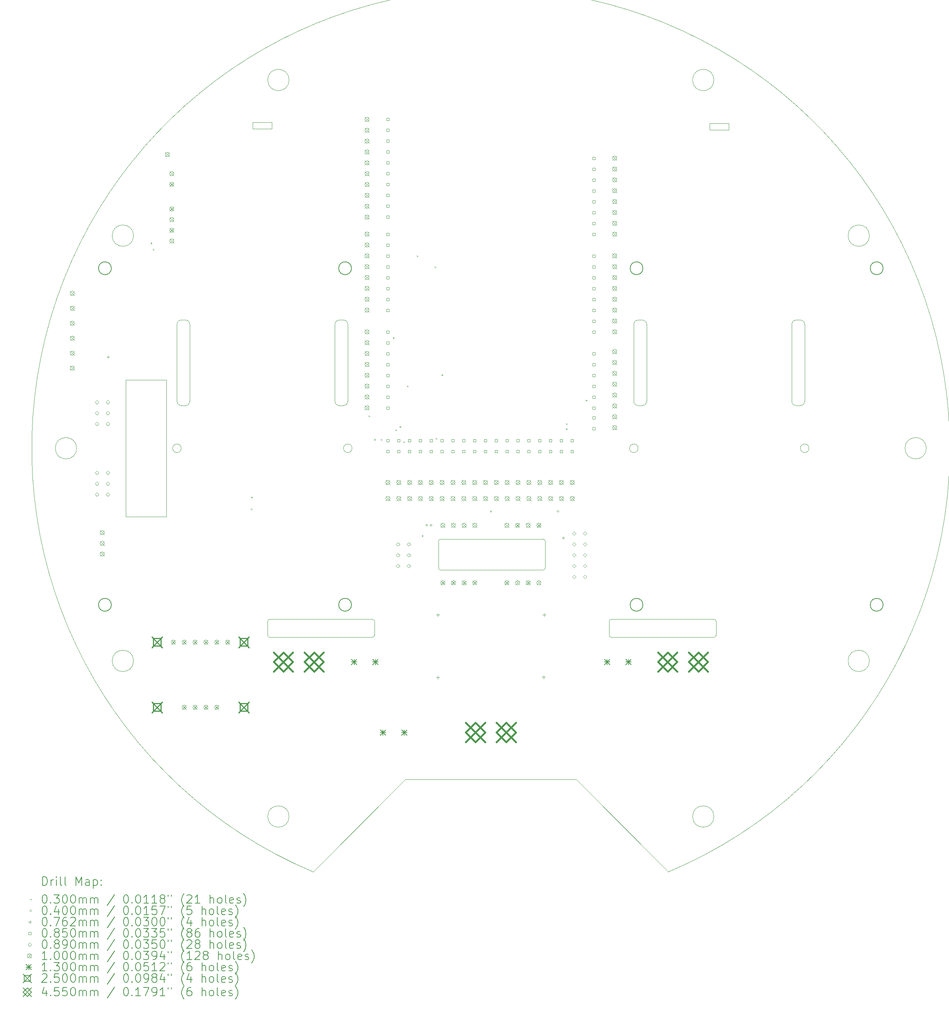
<source format=gbr>
%TF.GenerationSoftware,KiCad,Pcbnew,(6.0.9)*%
%TF.CreationDate,2023-07-09T09:32:55+10:00*%
%TF.ProjectId,Main 2.4,4d61696e-2032-42e3-942e-6b696361645f,rev?*%
%TF.SameCoordinates,Original*%
%TF.FileFunction,Drillmap*%
%TF.FilePolarity,Positive*%
%FSLAX45Y45*%
G04 Gerber Fmt 4.5, Leading zero omitted, Abs format (unit mm)*
G04 Created by KiCad (PCBNEW (6.0.9)) date 2023-07-09 09:32:55*
%MOMM*%
%LPD*%
G01*
G04 APERTURE LIST*
%ADD10C,0.100000*%
%ADD11C,0.150000*%
%ADD12C,0.200000*%
%ADD13C,0.030000*%
%ADD14C,0.040000*%
%ADD15C,0.076200*%
%ADD16C,0.085000*%
%ADD17C,0.089000*%
%ADD18C,0.130000*%
%ADD19C,0.250000*%
%ADD20C,0.455000*%
G04 APERTURE END LIST*
D10*
X10300000Y-15000000D02*
G75*
G03*
X10300000Y-15000000I-250000J0D01*
G01*
X22775000Y-19375000D02*
G75*
G03*
X22825000Y-19425000I50000J0D01*
G01*
X15838266Y-24911734D02*
X18000000Y-22750000D01*
X12650000Y-13900000D02*
G75*
G03*
X12750000Y-14000000I100000J0D01*
G01*
X12400000Y-13400000D02*
X11450000Y-13400000D01*
X11450000Y-13400000D02*
X11450000Y-16600000D01*
X11450000Y-16600000D02*
X12400000Y-16600000D01*
X12400000Y-16600000D02*
X12400000Y-13400000D01*
X15275000Y-23616953D02*
G75*
G03*
X15275000Y-23616953I-250000J0D01*
G01*
X21275000Y-17800000D02*
X21275000Y-17175000D01*
X14825000Y-19425000D02*
X17225000Y-19425000D01*
D11*
X16737000Y-18662000D02*
G75*
G03*
X16737000Y-18662000I-150000J0D01*
G01*
X11113000Y-10788000D02*
G75*
G03*
X11113000Y-10788000I-150000J0D01*
G01*
D10*
X22825000Y-19425000D02*
X25225000Y-19425000D01*
X16550000Y-14000000D02*
G75*
G03*
X16650000Y-13900000I0J100000D01*
G01*
X12750000Y-14000000D02*
X12850000Y-14000000D01*
X27150000Y-12000000D02*
X27250000Y-12000000D01*
X14875000Y-7525000D02*
X14425000Y-7525000D01*
X14425000Y-7525000D02*
X14425000Y-7375000D01*
X14425000Y-7375000D02*
X14875000Y-7375000D01*
X14875000Y-7375000D02*
X14875000Y-7525000D01*
X16450000Y-12000000D02*
G75*
G03*
X16350000Y-12100000I0J-100000D01*
G01*
X15275000Y-6383047D02*
G75*
G03*
X15275000Y-6383047I-250000J0D01*
G01*
X12750000Y-12000000D02*
G75*
G03*
X12650000Y-12100000I0J-100000D01*
G01*
X22775000Y-19050000D02*
X22775000Y-19375000D01*
X12650000Y-13900000D02*
X12650000Y-12100000D01*
X24161734Y-24911734D02*
G75*
G03*
X15838266Y-24911734I-4161734J9911734D01*
G01*
X27450000Y-15000000D02*
G75*
G03*
X27450000Y-15000000I-100000J0D01*
G01*
D11*
X29187000Y-10788000D02*
G75*
G03*
X29187000Y-10788000I-150000J0D01*
G01*
X23563000Y-18662000D02*
G75*
G03*
X23563000Y-18662000I-150000J0D01*
G01*
D10*
X16650000Y-12100000D02*
X16650000Y-13900000D01*
D11*
X16737000Y-10788000D02*
G75*
G03*
X16737000Y-10788000I-150000J0D01*
G01*
D10*
X27350000Y-12100000D02*
G75*
G03*
X27250000Y-12000000I-100000J0D01*
G01*
D11*
X11113000Y-18663000D02*
G75*
G03*
X11113000Y-18663000I-150000J0D01*
G01*
D10*
X23650000Y-12100000D02*
X23650000Y-13900000D01*
X18825000Y-17850000D02*
X21225000Y-17850000D01*
X18775000Y-17175000D02*
X18775000Y-17800000D01*
X27050000Y-13900000D02*
G75*
G03*
X27150000Y-14000000I100000J0D01*
G01*
X21275000Y-17175000D02*
G75*
G03*
X21225000Y-17125000I-50000J0D01*
G01*
X23350000Y-13900000D02*
X23350000Y-12100000D01*
X28866953Y-19975000D02*
G75*
G03*
X28866953Y-19975000I-250000J0D01*
G01*
X12750000Y-15000000D02*
G75*
G03*
X12750000Y-15000000I-100000J0D01*
G01*
X27050000Y-13900000D02*
X27050000Y-12100000D01*
X11633047Y-10025000D02*
G75*
G03*
X11633047Y-10025000I-250000J0D01*
G01*
X23350000Y-13900000D02*
G75*
G03*
X23450000Y-14000000I100000J0D01*
G01*
X23450000Y-14000000D02*
X23550000Y-14000000D01*
X25275000Y-19050000D02*
G75*
G03*
X25225000Y-19000000I-50000J0D01*
G01*
X12950000Y-12100000D02*
X12950000Y-13900000D01*
X16350000Y-13900000D02*
G75*
G03*
X16450000Y-14000000I100000J0D01*
G01*
X14775000Y-19375000D02*
G75*
G03*
X14825000Y-19425000I50000J0D01*
G01*
X25225000Y-6383047D02*
G75*
G03*
X25225000Y-6383047I-250000J0D01*
G01*
X17275000Y-19375000D02*
X17275000Y-19050000D01*
X17225000Y-19000000D02*
X14825000Y-19000000D01*
X30200000Y-15000000D02*
G75*
G03*
X30200000Y-15000000I-250000J0D01*
G01*
X23450000Y-12000000D02*
X23550000Y-12000000D01*
X25225000Y-19000000D02*
X22825000Y-19000000D01*
X27350000Y-12100000D02*
X27350000Y-13900000D01*
X25225000Y-23616953D02*
G75*
G03*
X25225000Y-23616953I-250000J0D01*
G01*
X14825000Y-19000000D02*
G75*
G03*
X14775000Y-19050000I0J-50000D01*
G01*
X12950000Y-12100000D02*
G75*
G03*
X12850000Y-12000000I-100000J0D01*
G01*
X17275000Y-19050000D02*
G75*
G03*
X17225000Y-19000000I-50000J0D01*
G01*
X27250000Y-14000000D02*
G75*
G03*
X27350000Y-13900000I0J100000D01*
G01*
X16450000Y-12000000D02*
X16550000Y-12000000D01*
X21225000Y-17850000D02*
G75*
G03*
X21275000Y-17800000I0J50000D01*
G01*
X18000000Y-22750000D02*
X22000000Y-22750000D01*
X23650000Y-12100000D02*
G75*
G03*
X23550000Y-12000000I-100000J0D01*
G01*
X22825000Y-19000000D02*
G75*
G03*
X22775000Y-19050000I0J-50000D01*
G01*
X16750000Y-15000000D02*
G75*
G03*
X16750000Y-15000000I-100000J0D01*
G01*
D11*
X29187000Y-18662000D02*
G75*
G03*
X29187000Y-18662000I-150000J0D01*
G01*
D10*
X22000000Y-22750000D02*
X24161734Y-24911734D01*
X25275000Y-19375000D02*
X25275000Y-19050000D01*
X23450000Y-15000000D02*
G75*
G03*
X23450000Y-15000000I-100000J0D01*
G01*
X27150000Y-14000000D02*
X27250000Y-14000000D01*
X23450000Y-12000000D02*
G75*
G03*
X23350000Y-12100000I0J-100000D01*
G01*
X21225000Y-17125000D02*
X18825000Y-17125000D01*
X18775000Y-17800000D02*
G75*
G03*
X18825000Y-17850000I50000J0D01*
G01*
X14775000Y-19050000D02*
X14775000Y-19375000D01*
X27150000Y-12000000D02*
G75*
G03*
X27050000Y-12100000I0J-100000D01*
G01*
X25575000Y-7550000D02*
X25125000Y-7550000D01*
X25125000Y-7550000D02*
X25125000Y-7400000D01*
X25125000Y-7400000D02*
X25575000Y-7400000D01*
X25575000Y-7400000D02*
X25575000Y-7550000D01*
X18825000Y-17125000D02*
G75*
G03*
X18775000Y-17175000I0J-50000D01*
G01*
X16450000Y-14000000D02*
X16550000Y-14000000D01*
X12750000Y-12000000D02*
X12850000Y-12000000D01*
X16650000Y-12100000D02*
G75*
G03*
X16550000Y-12000000I-100000J0D01*
G01*
X11633047Y-19975000D02*
G75*
G03*
X11633047Y-19975000I-250000J0D01*
G01*
X25225000Y-19425000D02*
G75*
G03*
X25275000Y-19375000I0J50000D01*
G01*
X28866953Y-10025000D02*
G75*
G03*
X28866953Y-10025000I-250000J0D01*
G01*
X23550000Y-14000000D02*
G75*
G03*
X23650000Y-13900000I0J100000D01*
G01*
X12850000Y-14000000D02*
G75*
G03*
X12950000Y-13900000I0J100000D01*
G01*
D11*
X23563000Y-10788000D02*
G75*
G03*
X23563000Y-10788000I-150000J0D01*
G01*
D10*
X17225000Y-19425000D02*
G75*
G03*
X17275000Y-19375000I0J50000D01*
G01*
X16350000Y-13900000D02*
X16350000Y-12100000D01*
D12*
D13*
X12035000Y-10185000D02*
X12065000Y-10215000D01*
X12065000Y-10185000D02*
X12035000Y-10215000D01*
X12085000Y-10335000D02*
X12115000Y-10365000D01*
X12115000Y-10335000D02*
X12085000Y-10365000D01*
X14385000Y-16135000D02*
X14415000Y-16165000D01*
X14415000Y-16135000D02*
X14385000Y-16165000D01*
X14385000Y-16410000D02*
X14415000Y-16440000D01*
X14415000Y-16410000D02*
X14385000Y-16440000D01*
X17135000Y-14235000D02*
X17165000Y-14265000D01*
X17165000Y-14235000D02*
X17135000Y-14265000D01*
X17265000Y-14785000D02*
X17295000Y-14815000D01*
X17295000Y-14785000D02*
X17265000Y-14815000D01*
X17425000Y-14785000D02*
X17455000Y-14815000D01*
X17455000Y-14785000D02*
X17425000Y-14815000D01*
X17705000Y-12405000D02*
X17735000Y-12435000D01*
X17735000Y-12405000D02*
X17705000Y-12435000D01*
X17765000Y-14557050D02*
X17795000Y-14587050D01*
X17795000Y-14557050D02*
X17765000Y-14587050D01*
X17865000Y-14482550D02*
X17895000Y-14512550D01*
X17895000Y-14482550D02*
X17865000Y-14512550D01*
X17950659Y-14839341D02*
X17980659Y-14869341D01*
X17980659Y-14839341D02*
X17950659Y-14869341D01*
X18035000Y-13535000D02*
X18065000Y-13565000D01*
X18065000Y-13535000D02*
X18035000Y-13565000D01*
X18265000Y-10485000D02*
X18295000Y-10515000D01*
X18295000Y-10485000D02*
X18265000Y-10515000D01*
X18385000Y-17035000D02*
X18415000Y-17065000D01*
X18415000Y-17035000D02*
X18385000Y-17065000D01*
X18685000Y-10745000D02*
X18715000Y-10775000D01*
X18715000Y-10745000D02*
X18685000Y-10775000D01*
X18710000Y-14760000D02*
X18740000Y-14790000D01*
X18740000Y-14760000D02*
X18710000Y-14790000D01*
X18847330Y-13272670D02*
X18877330Y-13302670D01*
X18877330Y-13272670D02*
X18847330Y-13302670D01*
X19985000Y-16460000D02*
X20015000Y-16490000D01*
X20015000Y-16460000D02*
X19985000Y-16490000D01*
X21760000Y-14535000D02*
X21790000Y-14565000D01*
X21790000Y-14535000D02*
X21760000Y-14565000D01*
X21763513Y-14414805D02*
X21793513Y-14444805D01*
X21793513Y-14414805D02*
X21763513Y-14444805D01*
X22225000Y-13865000D02*
X22255000Y-13895000D01*
X22255000Y-13865000D02*
X22225000Y-13895000D01*
D14*
X11060936Y-12865936D02*
G75*
G03*
X11060936Y-12865936I-20000J0D01*
G01*
X18520000Y-16800000D02*
G75*
G03*
X18520000Y-16800000I-20000J0D01*
G01*
X18619950Y-16800000D02*
G75*
G03*
X18619950Y-16800000I-20000J0D01*
G01*
X21595000Y-16475000D02*
G75*
G03*
X21595000Y-16475000I-20000J0D01*
G01*
X21720000Y-17100000D02*
G75*
G03*
X21720000Y-17100000I-20000J0D01*
G01*
D15*
X18761000Y-18858400D02*
X18761000Y-18934600D01*
X18722900Y-18896500D02*
X18799100Y-18896500D01*
X18761000Y-20325400D02*
X18761000Y-20401600D01*
X18722900Y-20363500D02*
X18799100Y-20363500D01*
X21239000Y-20315400D02*
X21239000Y-20391600D01*
X21200900Y-20353500D02*
X21277100Y-20353500D01*
X21249000Y-18858400D02*
X21249000Y-18934600D01*
X21210900Y-18896500D02*
X21287100Y-18896500D01*
D16*
X17617052Y-7329652D02*
X17617052Y-7269548D01*
X17556948Y-7269548D01*
X17556948Y-7329652D01*
X17617052Y-7329652D01*
X17617052Y-7583652D02*
X17617052Y-7523548D01*
X17556948Y-7523548D01*
X17556948Y-7583652D01*
X17617052Y-7583652D01*
X17617052Y-7837652D02*
X17617052Y-7777548D01*
X17556948Y-7777548D01*
X17556948Y-7837652D01*
X17617052Y-7837652D01*
X17617052Y-8091652D02*
X17617052Y-8031548D01*
X17556948Y-8031548D01*
X17556948Y-8091652D01*
X17617052Y-8091652D01*
X17617052Y-8345652D02*
X17617052Y-8285548D01*
X17556948Y-8285548D01*
X17556948Y-8345652D01*
X17617052Y-8345652D01*
X17617052Y-8599652D02*
X17617052Y-8539548D01*
X17556948Y-8539548D01*
X17556948Y-8599652D01*
X17617052Y-8599652D01*
X17617052Y-8853652D02*
X17617052Y-8793548D01*
X17556948Y-8793548D01*
X17556948Y-8853652D01*
X17617052Y-8853652D01*
X17617052Y-9107652D02*
X17617052Y-9047548D01*
X17556948Y-9047548D01*
X17556948Y-9107652D01*
X17617052Y-9107652D01*
X17617052Y-9361652D02*
X17617052Y-9301548D01*
X17556948Y-9301548D01*
X17556948Y-9361652D01*
X17617052Y-9361652D01*
X17617052Y-9615652D02*
X17617052Y-9555548D01*
X17556948Y-9555548D01*
X17556948Y-9615652D01*
X17617052Y-9615652D01*
X17617052Y-10022052D02*
X17617052Y-9961948D01*
X17556948Y-9961948D01*
X17556948Y-10022052D01*
X17617052Y-10022052D01*
X17617052Y-10276052D02*
X17617052Y-10215948D01*
X17556948Y-10215948D01*
X17556948Y-10276052D01*
X17617052Y-10276052D01*
X17617052Y-10530052D02*
X17617052Y-10469948D01*
X17556948Y-10469948D01*
X17556948Y-10530052D01*
X17617052Y-10530052D01*
X17617052Y-10784052D02*
X17617052Y-10723948D01*
X17556948Y-10723948D01*
X17556948Y-10784052D01*
X17617052Y-10784052D01*
X17617052Y-11038052D02*
X17617052Y-10977948D01*
X17556948Y-10977948D01*
X17556948Y-11038052D01*
X17617052Y-11038052D01*
X17617052Y-11292052D02*
X17617052Y-11231948D01*
X17556948Y-11231948D01*
X17556948Y-11292052D01*
X17617052Y-11292052D01*
X17617052Y-11546052D02*
X17617052Y-11485948D01*
X17556948Y-11485948D01*
X17556948Y-11546052D01*
X17617052Y-11546052D01*
X17617052Y-11800052D02*
X17617052Y-11739948D01*
X17556948Y-11739948D01*
X17556948Y-11800052D01*
X17617052Y-11800052D01*
X17617052Y-12308052D02*
X17617052Y-12247948D01*
X17556948Y-12247948D01*
X17556948Y-12308052D01*
X17617052Y-12308052D01*
X17617052Y-12562052D02*
X17617052Y-12501948D01*
X17556948Y-12501948D01*
X17556948Y-12562052D01*
X17617052Y-12562052D01*
X17617052Y-12816052D02*
X17617052Y-12755948D01*
X17556948Y-12755948D01*
X17556948Y-12816052D01*
X17617052Y-12816052D01*
X17617052Y-13070052D02*
X17617052Y-13009948D01*
X17556948Y-13009948D01*
X17556948Y-13070052D01*
X17617052Y-13070052D01*
X17617052Y-13324052D02*
X17617052Y-13263948D01*
X17556948Y-13263948D01*
X17556948Y-13324052D01*
X17617052Y-13324052D01*
X17617052Y-13578052D02*
X17617052Y-13517948D01*
X17556948Y-13517948D01*
X17556948Y-13578052D01*
X17617052Y-13578052D01*
X17617052Y-13832052D02*
X17617052Y-13771948D01*
X17556948Y-13771948D01*
X17556948Y-13832052D01*
X17617052Y-13832052D01*
X17617052Y-14086052D02*
X17617052Y-14025948D01*
X17556948Y-14025948D01*
X17556948Y-14086052D01*
X17617052Y-14086052D01*
X17617052Y-14848052D02*
X17617052Y-14787948D01*
X17556948Y-14787948D01*
X17556948Y-14848052D01*
X17617052Y-14848052D01*
X17617052Y-15102052D02*
X17617052Y-15041948D01*
X17556948Y-15041948D01*
X17556948Y-15102052D01*
X17617052Y-15102052D01*
X17871052Y-14848052D02*
X17871052Y-14787948D01*
X17810948Y-14787948D01*
X17810948Y-14848052D01*
X17871052Y-14848052D01*
X17871052Y-15102052D02*
X17871052Y-15041948D01*
X17810948Y-15041948D01*
X17810948Y-15102052D01*
X17871052Y-15102052D01*
X18125052Y-14848052D02*
X18125052Y-14787948D01*
X18064948Y-14787948D01*
X18064948Y-14848052D01*
X18125052Y-14848052D01*
X18125052Y-15102052D02*
X18125052Y-15041948D01*
X18064948Y-15041948D01*
X18064948Y-15102052D01*
X18125052Y-15102052D01*
X18379052Y-14848052D02*
X18379052Y-14787948D01*
X18318948Y-14787948D01*
X18318948Y-14848052D01*
X18379052Y-14848052D01*
X18379052Y-15102052D02*
X18379052Y-15041948D01*
X18318948Y-15041948D01*
X18318948Y-15102052D01*
X18379052Y-15102052D01*
X18633052Y-14848052D02*
X18633052Y-14787948D01*
X18572948Y-14787948D01*
X18572948Y-14848052D01*
X18633052Y-14848052D01*
X18633052Y-15102052D02*
X18633052Y-15041948D01*
X18572948Y-15041948D01*
X18572948Y-15102052D01*
X18633052Y-15102052D01*
X18887052Y-14848052D02*
X18887052Y-14787948D01*
X18826948Y-14787948D01*
X18826948Y-14848052D01*
X18887052Y-14848052D01*
X18887052Y-15102052D02*
X18887052Y-15041948D01*
X18826948Y-15041948D01*
X18826948Y-15102052D01*
X18887052Y-15102052D01*
X19141052Y-14848052D02*
X19141052Y-14787948D01*
X19080948Y-14787948D01*
X19080948Y-14848052D01*
X19141052Y-14848052D01*
X19141052Y-15102052D02*
X19141052Y-15041948D01*
X19080948Y-15041948D01*
X19080948Y-15102052D01*
X19141052Y-15102052D01*
X19395052Y-14848052D02*
X19395052Y-14787948D01*
X19334948Y-14787948D01*
X19334948Y-14848052D01*
X19395052Y-14848052D01*
X19395052Y-15102052D02*
X19395052Y-15041948D01*
X19334948Y-15041948D01*
X19334948Y-15102052D01*
X19395052Y-15102052D01*
X19649052Y-14848052D02*
X19649052Y-14787948D01*
X19588948Y-14787948D01*
X19588948Y-14848052D01*
X19649052Y-14848052D01*
X19649052Y-15102052D02*
X19649052Y-15041948D01*
X19588948Y-15041948D01*
X19588948Y-15102052D01*
X19649052Y-15102052D01*
X19903052Y-14848052D02*
X19903052Y-14787948D01*
X19842948Y-14787948D01*
X19842948Y-14848052D01*
X19903052Y-14848052D01*
X19903052Y-15102052D02*
X19903052Y-15041948D01*
X19842948Y-15041948D01*
X19842948Y-15102052D01*
X19903052Y-15102052D01*
X20157052Y-14848052D02*
X20157052Y-14787948D01*
X20096948Y-14787948D01*
X20096948Y-14848052D01*
X20157052Y-14848052D01*
X20157052Y-15102052D02*
X20157052Y-15041948D01*
X20096948Y-15041948D01*
X20096948Y-15102052D01*
X20157052Y-15102052D01*
X20411052Y-14848052D02*
X20411052Y-14787948D01*
X20350948Y-14787948D01*
X20350948Y-14848052D01*
X20411052Y-14848052D01*
X20411052Y-15102052D02*
X20411052Y-15041948D01*
X20350948Y-15041948D01*
X20350948Y-15102052D01*
X20411052Y-15102052D01*
X20665052Y-14848052D02*
X20665052Y-14787948D01*
X20604948Y-14787948D01*
X20604948Y-14848052D01*
X20665052Y-14848052D01*
X20665052Y-15102052D02*
X20665052Y-15041948D01*
X20604948Y-15041948D01*
X20604948Y-15102052D01*
X20665052Y-15102052D01*
X20919052Y-14848052D02*
X20919052Y-14787948D01*
X20858948Y-14787948D01*
X20858948Y-14848052D01*
X20919052Y-14848052D01*
X20919052Y-15102052D02*
X20919052Y-15041948D01*
X20858948Y-15041948D01*
X20858948Y-15102052D01*
X20919052Y-15102052D01*
X21173052Y-14848052D02*
X21173052Y-14787948D01*
X21112948Y-14787948D01*
X21112948Y-14848052D01*
X21173052Y-14848052D01*
X21173052Y-15102052D02*
X21173052Y-15041948D01*
X21112948Y-15041948D01*
X21112948Y-15102052D01*
X21173052Y-15102052D01*
X21427052Y-14848052D02*
X21427052Y-14787948D01*
X21366948Y-14787948D01*
X21366948Y-14848052D01*
X21427052Y-14848052D01*
X21427052Y-15102052D02*
X21427052Y-15041948D01*
X21366948Y-15041948D01*
X21366948Y-15102052D01*
X21427052Y-15102052D01*
X21681052Y-14848052D02*
X21681052Y-14787948D01*
X21620948Y-14787948D01*
X21620948Y-14848052D01*
X21681052Y-14848052D01*
X21681052Y-15102052D02*
X21681052Y-15041948D01*
X21620948Y-15041948D01*
X21620948Y-15102052D01*
X21681052Y-15102052D01*
X21935052Y-14848052D02*
X21935052Y-14787948D01*
X21874948Y-14787948D01*
X21874948Y-14848052D01*
X21935052Y-14848052D01*
X21935052Y-15102052D02*
X21935052Y-15041948D01*
X21874948Y-15041948D01*
X21874948Y-15102052D01*
X21935052Y-15102052D01*
X22443052Y-8244052D02*
X22443052Y-8183948D01*
X22382948Y-8183948D01*
X22382948Y-8244052D01*
X22443052Y-8244052D01*
X22443052Y-8498052D02*
X22443052Y-8437948D01*
X22382948Y-8437948D01*
X22382948Y-8498052D01*
X22443052Y-8498052D01*
X22443052Y-8752052D02*
X22443052Y-8691948D01*
X22382948Y-8691948D01*
X22382948Y-8752052D01*
X22443052Y-8752052D01*
X22443052Y-9006052D02*
X22443052Y-8945948D01*
X22382948Y-8945948D01*
X22382948Y-9006052D01*
X22443052Y-9006052D01*
X22443052Y-9260052D02*
X22443052Y-9199948D01*
X22382948Y-9199948D01*
X22382948Y-9260052D01*
X22443052Y-9260052D01*
X22443052Y-9514052D02*
X22443052Y-9453948D01*
X22382948Y-9453948D01*
X22382948Y-9514052D01*
X22443052Y-9514052D01*
X22443052Y-9768052D02*
X22443052Y-9707948D01*
X22382948Y-9707948D01*
X22382948Y-9768052D01*
X22443052Y-9768052D01*
X22443052Y-10022052D02*
X22443052Y-9961948D01*
X22382948Y-9961948D01*
X22382948Y-10022052D01*
X22443052Y-10022052D01*
X22443052Y-10530052D02*
X22443052Y-10469948D01*
X22382948Y-10469948D01*
X22382948Y-10530052D01*
X22443052Y-10530052D01*
X22443052Y-10784052D02*
X22443052Y-10723948D01*
X22382948Y-10723948D01*
X22382948Y-10784052D01*
X22443052Y-10784052D01*
X22443052Y-11038052D02*
X22443052Y-10977948D01*
X22382948Y-10977948D01*
X22382948Y-11038052D01*
X22443052Y-11038052D01*
X22443052Y-11292052D02*
X22443052Y-11231948D01*
X22382948Y-11231948D01*
X22382948Y-11292052D01*
X22443052Y-11292052D01*
X22443052Y-11546052D02*
X22443052Y-11485948D01*
X22382948Y-11485948D01*
X22382948Y-11546052D01*
X22443052Y-11546052D01*
X22443052Y-11800052D02*
X22443052Y-11739948D01*
X22382948Y-11739948D01*
X22382948Y-11800052D01*
X22443052Y-11800052D01*
X22443052Y-12054052D02*
X22443052Y-11993948D01*
X22382948Y-11993948D01*
X22382948Y-12054052D01*
X22443052Y-12054052D01*
X22443052Y-12308052D02*
X22443052Y-12247948D01*
X22382948Y-12247948D01*
X22382948Y-12308052D01*
X22443052Y-12308052D01*
X22443052Y-12816052D02*
X22443052Y-12755948D01*
X22382948Y-12755948D01*
X22382948Y-12816052D01*
X22443052Y-12816052D01*
X22443052Y-13070052D02*
X22443052Y-13009948D01*
X22382948Y-13009948D01*
X22382948Y-13070052D01*
X22443052Y-13070052D01*
X22443052Y-13324052D02*
X22443052Y-13263948D01*
X22382948Y-13263948D01*
X22382948Y-13324052D01*
X22443052Y-13324052D01*
X22443052Y-13578052D02*
X22443052Y-13517948D01*
X22382948Y-13517948D01*
X22382948Y-13578052D01*
X22443052Y-13578052D01*
X22443052Y-13832052D02*
X22443052Y-13771948D01*
X22382948Y-13771948D01*
X22382948Y-13832052D01*
X22443052Y-13832052D01*
X22443052Y-14086052D02*
X22443052Y-14025948D01*
X22382948Y-14025948D01*
X22382948Y-14086052D01*
X22443052Y-14086052D01*
X22443052Y-14314652D02*
X22443052Y-14254548D01*
X22382948Y-14254548D01*
X22382948Y-14314652D01*
X22443052Y-14314652D01*
X22443052Y-14568652D02*
X22443052Y-14508548D01*
X22382948Y-14508548D01*
X22382948Y-14568652D01*
X22443052Y-14568652D01*
D17*
X10773000Y-13965500D02*
X10817500Y-13921000D01*
X10773000Y-13876500D01*
X10728500Y-13921000D01*
X10773000Y-13965500D01*
X10773000Y-14219500D02*
X10817500Y-14175000D01*
X10773000Y-14130500D01*
X10728500Y-14175000D01*
X10773000Y-14219500D01*
X10773000Y-14473500D02*
X10817500Y-14429000D01*
X10773000Y-14384500D01*
X10728500Y-14429000D01*
X10773000Y-14473500D01*
X10773000Y-15615500D02*
X10817500Y-15571000D01*
X10773000Y-15526500D01*
X10728500Y-15571000D01*
X10773000Y-15615500D01*
X10773000Y-15869500D02*
X10817500Y-15825000D01*
X10773000Y-15780500D01*
X10728500Y-15825000D01*
X10773000Y-15869500D01*
X10773000Y-16123500D02*
X10817500Y-16079000D01*
X10773000Y-16034500D01*
X10728500Y-16079000D01*
X10773000Y-16123500D01*
X11027000Y-13965500D02*
X11071500Y-13921000D01*
X11027000Y-13876500D01*
X10982500Y-13921000D01*
X11027000Y-13965500D01*
X11027000Y-14219500D02*
X11071500Y-14175000D01*
X11027000Y-14130500D01*
X10982500Y-14175000D01*
X11027000Y-14219500D01*
X11027000Y-14473500D02*
X11071500Y-14429000D01*
X11027000Y-14384500D01*
X10982500Y-14429000D01*
X11027000Y-14473500D01*
X11027000Y-15615500D02*
X11071500Y-15571000D01*
X11027000Y-15526500D01*
X10982500Y-15571000D01*
X11027000Y-15615500D01*
X11027000Y-15869500D02*
X11071500Y-15825000D01*
X11027000Y-15780500D01*
X10982500Y-15825000D01*
X11027000Y-15869500D01*
X11027000Y-16123500D02*
X11071500Y-16079000D01*
X11027000Y-16034500D01*
X10982500Y-16079000D01*
X11027000Y-16123500D01*
X17823000Y-17290500D02*
X17867500Y-17246000D01*
X17823000Y-17201500D01*
X17778500Y-17246000D01*
X17823000Y-17290500D01*
X17823000Y-17544500D02*
X17867500Y-17500000D01*
X17823000Y-17455500D01*
X17778500Y-17500000D01*
X17823000Y-17544500D01*
X17823000Y-17798500D02*
X17867500Y-17754000D01*
X17823000Y-17709500D01*
X17778500Y-17754000D01*
X17823000Y-17798500D01*
X18077000Y-17290500D02*
X18121500Y-17246000D01*
X18077000Y-17201500D01*
X18032500Y-17246000D01*
X18077000Y-17290500D01*
X18077000Y-17544500D02*
X18121500Y-17500000D01*
X18077000Y-17455500D01*
X18032500Y-17500000D01*
X18077000Y-17544500D01*
X18077000Y-17798500D02*
X18121500Y-17754000D01*
X18077000Y-17709500D01*
X18032500Y-17754000D01*
X18077000Y-17798500D01*
X21950000Y-17036500D02*
X21994500Y-16992000D01*
X21950000Y-16947500D01*
X21905500Y-16992000D01*
X21950000Y-17036500D01*
X21950000Y-17290500D02*
X21994500Y-17246000D01*
X21950000Y-17201500D01*
X21905500Y-17246000D01*
X21950000Y-17290500D01*
X21950000Y-17544500D02*
X21994500Y-17500000D01*
X21950000Y-17455500D01*
X21905500Y-17500000D01*
X21950000Y-17544500D01*
X21950000Y-17798500D02*
X21994500Y-17754000D01*
X21950000Y-17709500D01*
X21905500Y-17754000D01*
X21950000Y-17798500D01*
X21950000Y-18052500D02*
X21994500Y-18008000D01*
X21950000Y-17963500D01*
X21905500Y-18008000D01*
X21950000Y-18052500D01*
X22204000Y-17036500D02*
X22248500Y-16992000D01*
X22204000Y-16947500D01*
X22159500Y-16992000D01*
X22204000Y-17036500D01*
X22204000Y-17290500D02*
X22248500Y-17246000D01*
X22204000Y-17201500D01*
X22159500Y-17246000D01*
X22204000Y-17290500D01*
X22204000Y-17544500D02*
X22248500Y-17500000D01*
X22204000Y-17455500D01*
X22159500Y-17500000D01*
X22204000Y-17544500D01*
X22204000Y-17798500D02*
X22248500Y-17754000D01*
X22204000Y-17709500D01*
X22159500Y-17754000D01*
X22204000Y-17798500D01*
X22204000Y-18052500D02*
X22248500Y-18008000D01*
X22204000Y-17963500D01*
X22159500Y-18008000D01*
X22204000Y-18052500D01*
D10*
X10150000Y-11325000D02*
X10250000Y-11425000D01*
X10250000Y-11325000D02*
X10150000Y-11425000D01*
X10250000Y-11375000D02*
G75*
G03*
X10250000Y-11375000I-50000J0D01*
G01*
X10150000Y-11675000D02*
X10250000Y-11775000D01*
X10250000Y-11675000D02*
X10150000Y-11775000D01*
X10250000Y-11725000D02*
G75*
G03*
X10250000Y-11725000I-50000J0D01*
G01*
X10150000Y-12025000D02*
X10250000Y-12125000D01*
X10250000Y-12025000D02*
X10150000Y-12125000D01*
X10250000Y-12075000D02*
G75*
G03*
X10250000Y-12075000I-50000J0D01*
G01*
X10150000Y-12375000D02*
X10250000Y-12475000D01*
X10250000Y-12375000D02*
X10150000Y-12475000D01*
X10250000Y-12425000D02*
G75*
G03*
X10250000Y-12425000I-50000J0D01*
G01*
X10150000Y-12725000D02*
X10250000Y-12825000D01*
X10250000Y-12725000D02*
X10150000Y-12825000D01*
X10250000Y-12775000D02*
G75*
G03*
X10250000Y-12775000I-50000J0D01*
G01*
X10150000Y-13075000D02*
X10250000Y-13175000D01*
X10250000Y-13075000D02*
X10150000Y-13175000D01*
X10250000Y-13125000D02*
G75*
G03*
X10250000Y-13125000I-50000J0D01*
G01*
X10850000Y-16925000D02*
X10950000Y-17025000D01*
X10950000Y-16925000D02*
X10850000Y-17025000D01*
X10950000Y-16975000D02*
G75*
G03*
X10950000Y-16975000I-50000J0D01*
G01*
X10850000Y-17175000D02*
X10950000Y-17275000D01*
X10950000Y-17175000D02*
X10850000Y-17275000D01*
X10950000Y-17225000D02*
G75*
G03*
X10950000Y-17225000I-50000J0D01*
G01*
X10850000Y-17425000D02*
X10950000Y-17525000D01*
X10950000Y-17425000D02*
X10850000Y-17525000D01*
X10950000Y-17475000D02*
G75*
G03*
X10950000Y-17475000I-50000J0D01*
G01*
X12375000Y-8075000D02*
X12475000Y-8175000D01*
X12475000Y-8075000D02*
X12375000Y-8175000D01*
X12475000Y-8125000D02*
G75*
G03*
X12475000Y-8125000I-50000J0D01*
G01*
X12477500Y-8525000D02*
X12577500Y-8625000D01*
X12577500Y-8525000D02*
X12477500Y-8625000D01*
X12577500Y-8575000D02*
G75*
G03*
X12577500Y-8575000I-50000J0D01*
G01*
X12477500Y-8775000D02*
X12577500Y-8875000D01*
X12577500Y-8775000D02*
X12477500Y-8875000D01*
X12577500Y-8825000D02*
G75*
G03*
X12577500Y-8825000I-50000J0D01*
G01*
X12477500Y-9350000D02*
X12577500Y-9450000D01*
X12577500Y-9350000D02*
X12477500Y-9450000D01*
X12577500Y-9400000D02*
G75*
G03*
X12577500Y-9400000I-50000J0D01*
G01*
X12477500Y-9600000D02*
X12577500Y-9700000D01*
X12577500Y-9600000D02*
X12477500Y-9700000D01*
X12577500Y-9650000D02*
G75*
G03*
X12577500Y-9650000I-50000J0D01*
G01*
X12477500Y-9850000D02*
X12577500Y-9950000D01*
X12577500Y-9850000D02*
X12477500Y-9950000D01*
X12577500Y-9900000D02*
G75*
G03*
X12577500Y-9900000I-50000J0D01*
G01*
X12477500Y-10100000D02*
X12577500Y-10200000D01*
X12577500Y-10100000D02*
X12477500Y-10200000D01*
X12577500Y-10150000D02*
G75*
G03*
X12577500Y-10150000I-50000J0D01*
G01*
X12515000Y-19488000D02*
X12615000Y-19588000D01*
X12615000Y-19488000D02*
X12515000Y-19588000D01*
X12615000Y-19538000D02*
G75*
G03*
X12615000Y-19538000I-50000J0D01*
G01*
X12769000Y-19488000D02*
X12869000Y-19588000D01*
X12869000Y-19488000D02*
X12769000Y-19588000D01*
X12869000Y-19538000D02*
G75*
G03*
X12869000Y-19538000I-50000J0D01*
G01*
X12769000Y-21012000D02*
X12869000Y-21112000D01*
X12869000Y-21012000D02*
X12769000Y-21112000D01*
X12869000Y-21062000D02*
G75*
G03*
X12869000Y-21062000I-50000J0D01*
G01*
X13023000Y-19488000D02*
X13123000Y-19588000D01*
X13123000Y-19488000D02*
X13023000Y-19588000D01*
X13123000Y-19538000D02*
G75*
G03*
X13123000Y-19538000I-50000J0D01*
G01*
X13023000Y-21012000D02*
X13123000Y-21112000D01*
X13123000Y-21012000D02*
X13023000Y-21112000D01*
X13123000Y-21062000D02*
G75*
G03*
X13123000Y-21062000I-50000J0D01*
G01*
X13277000Y-19488000D02*
X13377000Y-19588000D01*
X13377000Y-19488000D02*
X13277000Y-19588000D01*
X13377000Y-19538000D02*
G75*
G03*
X13377000Y-19538000I-50000J0D01*
G01*
X13277000Y-21012000D02*
X13377000Y-21112000D01*
X13377000Y-21012000D02*
X13277000Y-21112000D01*
X13377000Y-21062000D02*
G75*
G03*
X13377000Y-21062000I-50000J0D01*
G01*
X13531000Y-19488000D02*
X13631000Y-19588000D01*
X13631000Y-19488000D02*
X13531000Y-19588000D01*
X13631000Y-19538000D02*
G75*
G03*
X13631000Y-19538000I-50000J0D01*
G01*
X13531000Y-21012000D02*
X13631000Y-21112000D01*
X13631000Y-21012000D02*
X13531000Y-21112000D01*
X13631000Y-21062000D02*
G75*
G03*
X13631000Y-21062000I-50000J0D01*
G01*
X13785000Y-19488000D02*
X13885000Y-19588000D01*
X13885000Y-19488000D02*
X13785000Y-19588000D01*
X13885000Y-19538000D02*
G75*
G03*
X13885000Y-19538000I-50000J0D01*
G01*
X17050000Y-7255000D02*
X17150000Y-7355000D01*
X17150000Y-7255000D02*
X17050000Y-7355000D01*
X17150000Y-7305000D02*
G75*
G03*
X17150000Y-7305000I-50000J0D01*
G01*
X17050000Y-7509000D02*
X17150000Y-7609000D01*
X17150000Y-7509000D02*
X17050000Y-7609000D01*
X17150000Y-7559000D02*
G75*
G03*
X17150000Y-7559000I-50000J0D01*
G01*
X17050000Y-7763000D02*
X17150000Y-7863000D01*
X17150000Y-7763000D02*
X17050000Y-7863000D01*
X17150000Y-7813000D02*
G75*
G03*
X17150000Y-7813000I-50000J0D01*
G01*
X17050000Y-8017000D02*
X17150000Y-8117000D01*
X17150000Y-8017000D02*
X17050000Y-8117000D01*
X17150000Y-8067000D02*
G75*
G03*
X17150000Y-8067000I-50000J0D01*
G01*
X17050000Y-8271000D02*
X17150000Y-8371000D01*
X17150000Y-8271000D02*
X17050000Y-8371000D01*
X17150000Y-8321000D02*
G75*
G03*
X17150000Y-8321000I-50000J0D01*
G01*
X17050000Y-8525000D02*
X17150000Y-8625000D01*
X17150000Y-8525000D02*
X17050000Y-8625000D01*
X17150000Y-8575000D02*
G75*
G03*
X17150000Y-8575000I-50000J0D01*
G01*
X17050000Y-8779000D02*
X17150000Y-8879000D01*
X17150000Y-8779000D02*
X17050000Y-8879000D01*
X17150000Y-8829000D02*
G75*
G03*
X17150000Y-8829000I-50000J0D01*
G01*
X17050000Y-9033000D02*
X17150000Y-9133000D01*
X17150000Y-9033000D02*
X17050000Y-9133000D01*
X17150000Y-9083000D02*
G75*
G03*
X17150000Y-9083000I-50000J0D01*
G01*
X17050000Y-9287000D02*
X17150000Y-9387000D01*
X17150000Y-9287000D02*
X17050000Y-9387000D01*
X17150000Y-9337000D02*
G75*
G03*
X17150000Y-9337000I-50000J0D01*
G01*
X17050000Y-9541000D02*
X17150000Y-9641000D01*
X17150000Y-9541000D02*
X17050000Y-9641000D01*
X17150000Y-9591000D02*
G75*
G03*
X17150000Y-9591000I-50000J0D01*
G01*
X17050000Y-9938000D02*
X17150000Y-10038000D01*
X17150000Y-9938000D02*
X17050000Y-10038000D01*
X17150000Y-9988000D02*
G75*
G03*
X17150000Y-9988000I-50000J0D01*
G01*
X17050000Y-10192000D02*
X17150000Y-10292000D01*
X17150000Y-10192000D02*
X17050000Y-10292000D01*
X17150000Y-10242000D02*
G75*
G03*
X17150000Y-10242000I-50000J0D01*
G01*
X17050000Y-10446000D02*
X17150000Y-10546000D01*
X17150000Y-10446000D02*
X17050000Y-10546000D01*
X17150000Y-10496000D02*
G75*
G03*
X17150000Y-10496000I-50000J0D01*
G01*
X17050000Y-10700000D02*
X17150000Y-10800000D01*
X17150000Y-10700000D02*
X17050000Y-10800000D01*
X17150000Y-10750000D02*
G75*
G03*
X17150000Y-10750000I-50000J0D01*
G01*
X17050000Y-10954000D02*
X17150000Y-11054000D01*
X17150000Y-10954000D02*
X17050000Y-11054000D01*
X17150000Y-11004000D02*
G75*
G03*
X17150000Y-11004000I-50000J0D01*
G01*
X17050000Y-11208000D02*
X17150000Y-11308000D01*
X17150000Y-11208000D02*
X17050000Y-11308000D01*
X17150000Y-11258000D02*
G75*
G03*
X17150000Y-11258000I-50000J0D01*
G01*
X17050000Y-11462000D02*
X17150000Y-11562000D01*
X17150000Y-11462000D02*
X17050000Y-11562000D01*
X17150000Y-11512000D02*
G75*
G03*
X17150000Y-11512000I-50000J0D01*
G01*
X17050000Y-11716000D02*
X17150000Y-11816000D01*
X17150000Y-11716000D02*
X17050000Y-11816000D01*
X17150000Y-11766000D02*
G75*
G03*
X17150000Y-11766000I-50000J0D01*
G01*
X17050000Y-12225000D02*
X17150000Y-12325000D01*
X17150000Y-12225000D02*
X17050000Y-12325000D01*
X17150000Y-12275000D02*
G75*
G03*
X17150000Y-12275000I-50000J0D01*
G01*
X17050000Y-12479000D02*
X17150000Y-12579000D01*
X17150000Y-12479000D02*
X17050000Y-12579000D01*
X17150000Y-12529000D02*
G75*
G03*
X17150000Y-12529000I-50000J0D01*
G01*
X17050000Y-12733000D02*
X17150000Y-12833000D01*
X17150000Y-12733000D02*
X17050000Y-12833000D01*
X17150000Y-12783000D02*
G75*
G03*
X17150000Y-12783000I-50000J0D01*
G01*
X17050000Y-12987000D02*
X17150000Y-13087000D01*
X17150000Y-12987000D02*
X17050000Y-13087000D01*
X17150000Y-13037000D02*
G75*
G03*
X17150000Y-13037000I-50000J0D01*
G01*
X17050000Y-13241000D02*
X17150000Y-13341000D01*
X17150000Y-13241000D02*
X17050000Y-13341000D01*
X17150000Y-13291000D02*
G75*
G03*
X17150000Y-13291000I-50000J0D01*
G01*
X17050000Y-13495000D02*
X17150000Y-13595000D01*
X17150000Y-13495000D02*
X17050000Y-13595000D01*
X17150000Y-13545000D02*
G75*
G03*
X17150000Y-13545000I-50000J0D01*
G01*
X17050000Y-13749000D02*
X17150000Y-13849000D01*
X17150000Y-13749000D02*
X17050000Y-13849000D01*
X17150000Y-13799000D02*
G75*
G03*
X17150000Y-13799000I-50000J0D01*
G01*
X17050000Y-14003000D02*
X17150000Y-14103000D01*
X17150000Y-14003000D02*
X17050000Y-14103000D01*
X17150000Y-14053000D02*
G75*
G03*
X17150000Y-14053000I-50000J0D01*
G01*
X17539000Y-15750000D02*
X17639000Y-15850000D01*
X17639000Y-15750000D02*
X17539000Y-15850000D01*
X17639000Y-15800000D02*
G75*
G03*
X17639000Y-15800000I-50000J0D01*
G01*
X17539000Y-16125000D02*
X17639000Y-16225000D01*
X17639000Y-16125000D02*
X17539000Y-16225000D01*
X17639000Y-16175000D02*
G75*
G03*
X17639000Y-16175000I-50000J0D01*
G01*
X17793000Y-15750000D02*
X17893000Y-15850000D01*
X17893000Y-15750000D02*
X17793000Y-15850000D01*
X17893000Y-15800000D02*
G75*
G03*
X17893000Y-15800000I-50000J0D01*
G01*
X17793000Y-16125000D02*
X17893000Y-16225000D01*
X17893000Y-16125000D02*
X17793000Y-16225000D01*
X17893000Y-16175000D02*
G75*
G03*
X17893000Y-16175000I-50000J0D01*
G01*
X18047000Y-15750000D02*
X18147000Y-15850000D01*
X18147000Y-15750000D02*
X18047000Y-15850000D01*
X18147000Y-15800000D02*
G75*
G03*
X18147000Y-15800000I-50000J0D01*
G01*
X18047000Y-16125000D02*
X18147000Y-16225000D01*
X18147000Y-16125000D02*
X18047000Y-16225000D01*
X18147000Y-16175000D02*
G75*
G03*
X18147000Y-16175000I-50000J0D01*
G01*
X18301000Y-15750000D02*
X18401000Y-15850000D01*
X18401000Y-15750000D02*
X18301000Y-15850000D01*
X18401000Y-15800000D02*
G75*
G03*
X18401000Y-15800000I-50000J0D01*
G01*
X18301000Y-16125000D02*
X18401000Y-16225000D01*
X18401000Y-16125000D02*
X18301000Y-16225000D01*
X18401000Y-16175000D02*
G75*
G03*
X18401000Y-16175000I-50000J0D01*
G01*
X18555000Y-15750000D02*
X18655000Y-15850000D01*
X18655000Y-15750000D02*
X18555000Y-15850000D01*
X18655000Y-15800000D02*
G75*
G03*
X18655000Y-15800000I-50000J0D01*
G01*
X18555000Y-16125000D02*
X18655000Y-16225000D01*
X18655000Y-16125000D02*
X18555000Y-16225000D01*
X18655000Y-16175000D02*
G75*
G03*
X18655000Y-16175000I-50000J0D01*
G01*
X18809000Y-15750000D02*
X18909000Y-15850000D01*
X18909000Y-15750000D02*
X18809000Y-15850000D01*
X18909000Y-15800000D02*
G75*
G03*
X18909000Y-15800000I-50000J0D01*
G01*
X18809000Y-16125000D02*
X18909000Y-16225000D01*
X18909000Y-16125000D02*
X18809000Y-16225000D01*
X18909000Y-16175000D02*
G75*
G03*
X18909000Y-16175000I-50000J0D01*
G01*
X18825000Y-16752500D02*
X18925000Y-16852500D01*
X18925000Y-16752500D02*
X18825000Y-16852500D01*
X18925000Y-16802500D02*
G75*
G03*
X18925000Y-16802500I-50000J0D01*
G01*
X18825000Y-18097500D02*
X18925000Y-18197500D01*
X18925000Y-18097500D02*
X18825000Y-18197500D01*
X18925000Y-18147500D02*
G75*
G03*
X18925000Y-18147500I-50000J0D01*
G01*
X19063000Y-15750000D02*
X19163000Y-15850000D01*
X19163000Y-15750000D02*
X19063000Y-15850000D01*
X19163000Y-15800000D02*
G75*
G03*
X19163000Y-15800000I-50000J0D01*
G01*
X19063000Y-16125000D02*
X19163000Y-16225000D01*
X19163000Y-16125000D02*
X19063000Y-16225000D01*
X19163000Y-16175000D02*
G75*
G03*
X19163000Y-16175000I-50000J0D01*
G01*
X19075000Y-16752500D02*
X19175000Y-16852500D01*
X19175000Y-16752500D02*
X19075000Y-16852500D01*
X19175000Y-16802500D02*
G75*
G03*
X19175000Y-16802500I-50000J0D01*
G01*
X19075000Y-18097500D02*
X19175000Y-18197500D01*
X19175000Y-18097500D02*
X19075000Y-18197500D01*
X19175000Y-18147500D02*
G75*
G03*
X19175000Y-18147500I-50000J0D01*
G01*
X19317000Y-15750000D02*
X19417000Y-15850000D01*
X19417000Y-15750000D02*
X19317000Y-15850000D01*
X19417000Y-15800000D02*
G75*
G03*
X19417000Y-15800000I-50000J0D01*
G01*
X19317000Y-16125000D02*
X19417000Y-16225000D01*
X19417000Y-16125000D02*
X19317000Y-16225000D01*
X19417000Y-16175000D02*
G75*
G03*
X19417000Y-16175000I-50000J0D01*
G01*
X19325000Y-16752500D02*
X19425000Y-16852500D01*
X19425000Y-16752500D02*
X19325000Y-16852500D01*
X19425000Y-16802500D02*
G75*
G03*
X19425000Y-16802500I-50000J0D01*
G01*
X19325000Y-18097500D02*
X19425000Y-18197500D01*
X19425000Y-18097500D02*
X19325000Y-18197500D01*
X19425000Y-18147500D02*
G75*
G03*
X19425000Y-18147500I-50000J0D01*
G01*
X19571000Y-15750000D02*
X19671000Y-15850000D01*
X19671000Y-15750000D02*
X19571000Y-15850000D01*
X19671000Y-15800000D02*
G75*
G03*
X19671000Y-15800000I-50000J0D01*
G01*
X19571000Y-16125000D02*
X19671000Y-16225000D01*
X19671000Y-16125000D02*
X19571000Y-16225000D01*
X19671000Y-16175000D02*
G75*
G03*
X19671000Y-16175000I-50000J0D01*
G01*
X19575000Y-16752500D02*
X19675000Y-16852500D01*
X19675000Y-16752500D02*
X19575000Y-16852500D01*
X19675000Y-16802500D02*
G75*
G03*
X19675000Y-16802500I-50000J0D01*
G01*
X19575000Y-18097500D02*
X19675000Y-18197500D01*
X19675000Y-18097500D02*
X19575000Y-18197500D01*
X19675000Y-18147500D02*
G75*
G03*
X19675000Y-18147500I-50000J0D01*
G01*
X19825000Y-15750000D02*
X19925000Y-15850000D01*
X19925000Y-15750000D02*
X19825000Y-15850000D01*
X19925000Y-15800000D02*
G75*
G03*
X19925000Y-15800000I-50000J0D01*
G01*
X19825000Y-16125000D02*
X19925000Y-16225000D01*
X19925000Y-16125000D02*
X19825000Y-16225000D01*
X19925000Y-16175000D02*
G75*
G03*
X19925000Y-16175000I-50000J0D01*
G01*
X20079000Y-15750000D02*
X20179000Y-15850000D01*
X20179000Y-15750000D02*
X20079000Y-15850000D01*
X20179000Y-15800000D02*
G75*
G03*
X20179000Y-15800000I-50000J0D01*
G01*
X20079000Y-16125000D02*
X20179000Y-16225000D01*
X20179000Y-16125000D02*
X20079000Y-16225000D01*
X20179000Y-16175000D02*
G75*
G03*
X20179000Y-16175000I-50000J0D01*
G01*
X20325000Y-16752500D02*
X20425000Y-16852500D01*
X20425000Y-16752500D02*
X20325000Y-16852500D01*
X20425000Y-16802500D02*
G75*
G03*
X20425000Y-16802500I-50000J0D01*
G01*
X20325000Y-18097500D02*
X20425000Y-18197500D01*
X20425000Y-18097500D02*
X20325000Y-18197500D01*
X20425000Y-18147500D02*
G75*
G03*
X20425000Y-18147500I-50000J0D01*
G01*
X20333000Y-15750000D02*
X20433000Y-15850000D01*
X20433000Y-15750000D02*
X20333000Y-15850000D01*
X20433000Y-15800000D02*
G75*
G03*
X20433000Y-15800000I-50000J0D01*
G01*
X20333000Y-16125000D02*
X20433000Y-16225000D01*
X20433000Y-16125000D02*
X20333000Y-16225000D01*
X20433000Y-16175000D02*
G75*
G03*
X20433000Y-16175000I-50000J0D01*
G01*
X20575000Y-16752500D02*
X20675000Y-16852500D01*
X20675000Y-16752500D02*
X20575000Y-16852500D01*
X20675000Y-16802500D02*
G75*
G03*
X20675000Y-16802500I-50000J0D01*
G01*
X20575000Y-18097500D02*
X20675000Y-18197500D01*
X20675000Y-18097500D02*
X20575000Y-18197500D01*
X20675000Y-18147500D02*
G75*
G03*
X20675000Y-18147500I-50000J0D01*
G01*
X20587000Y-15750000D02*
X20687000Y-15850000D01*
X20687000Y-15750000D02*
X20587000Y-15850000D01*
X20687000Y-15800000D02*
G75*
G03*
X20687000Y-15800000I-50000J0D01*
G01*
X20587000Y-16125000D02*
X20687000Y-16225000D01*
X20687000Y-16125000D02*
X20587000Y-16225000D01*
X20687000Y-16175000D02*
G75*
G03*
X20687000Y-16175000I-50000J0D01*
G01*
X20825000Y-16752500D02*
X20925000Y-16852500D01*
X20925000Y-16752500D02*
X20825000Y-16852500D01*
X20925000Y-16802500D02*
G75*
G03*
X20925000Y-16802500I-50000J0D01*
G01*
X20825000Y-18097500D02*
X20925000Y-18197500D01*
X20925000Y-18097500D02*
X20825000Y-18197500D01*
X20925000Y-18147500D02*
G75*
G03*
X20925000Y-18147500I-50000J0D01*
G01*
X20841000Y-15750000D02*
X20941000Y-15850000D01*
X20941000Y-15750000D02*
X20841000Y-15850000D01*
X20941000Y-15800000D02*
G75*
G03*
X20941000Y-15800000I-50000J0D01*
G01*
X20841000Y-16125000D02*
X20941000Y-16225000D01*
X20941000Y-16125000D02*
X20841000Y-16225000D01*
X20941000Y-16175000D02*
G75*
G03*
X20941000Y-16175000I-50000J0D01*
G01*
X21075000Y-16752500D02*
X21175000Y-16852500D01*
X21175000Y-16752500D02*
X21075000Y-16852500D01*
X21175000Y-16802500D02*
G75*
G03*
X21175000Y-16802500I-50000J0D01*
G01*
X21075000Y-18097500D02*
X21175000Y-18197500D01*
X21175000Y-18097500D02*
X21075000Y-18197500D01*
X21175000Y-18147500D02*
G75*
G03*
X21175000Y-18147500I-50000J0D01*
G01*
X21095000Y-15750000D02*
X21195000Y-15850000D01*
X21195000Y-15750000D02*
X21095000Y-15850000D01*
X21195000Y-15800000D02*
G75*
G03*
X21195000Y-15800000I-50000J0D01*
G01*
X21095000Y-16125000D02*
X21195000Y-16225000D01*
X21195000Y-16125000D02*
X21095000Y-16225000D01*
X21195000Y-16175000D02*
G75*
G03*
X21195000Y-16175000I-50000J0D01*
G01*
X21349000Y-15750000D02*
X21449000Y-15850000D01*
X21449000Y-15750000D02*
X21349000Y-15850000D01*
X21449000Y-15800000D02*
G75*
G03*
X21449000Y-15800000I-50000J0D01*
G01*
X21349000Y-16125000D02*
X21449000Y-16225000D01*
X21449000Y-16125000D02*
X21349000Y-16225000D01*
X21449000Y-16175000D02*
G75*
G03*
X21449000Y-16175000I-50000J0D01*
G01*
X21603000Y-15750000D02*
X21703000Y-15850000D01*
X21703000Y-15750000D02*
X21603000Y-15850000D01*
X21703000Y-15800000D02*
G75*
G03*
X21703000Y-15800000I-50000J0D01*
G01*
X21603000Y-16125000D02*
X21703000Y-16225000D01*
X21703000Y-16125000D02*
X21603000Y-16225000D01*
X21703000Y-16175000D02*
G75*
G03*
X21703000Y-16175000I-50000J0D01*
G01*
X21857000Y-15750000D02*
X21957000Y-15850000D01*
X21957000Y-15750000D02*
X21857000Y-15850000D01*
X21957000Y-15800000D02*
G75*
G03*
X21957000Y-15800000I-50000J0D01*
G01*
X21857000Y-16125000D02*
X21957000Y-16225000D01*
X21957000Y-16125000D02*
X21857000Y-16225000D01*
X21957000Y-16175000D02*
G75*
G03*
X21957000Y-16175000I-50000J0D01*
G01*
X22850000Y-8162500D02*
X22950000Y-8262500D01*
X22950000Y-8162500D02*
X22850000Y-8262500D01*
X22950000Y-8212500D02*
G75*
G03*
X22950000Y-8212500I-50000J0D01*
G01*
X22850000Y-8416500D02*
X22950000Y-8516500D01*
X22950000Y-8416500D02*
X22850000Y-8516500D01*
X22950000Y-8466500D02*
G75*
G03*
X22950000Y-8466500I-50000J0D01*
G01*
X22850000Y-8670500D02*
X22950000Y-8770500D01*
X22950000Y-8670500D02*
X22850000Y-8770500D01*
X22950000Y-8720500D02*
G75*
G03*
X22950000Y-8720500I-50000J0D01*
G01*
X22850000Y-8924500D02*
X22950000Y-9024500D01*
X22950000Y-8924500D02*
X22850000Y-9024500D01*
X22950000Y-8974500D02*
G75*
G03*
X22950000Y-8974500I-50000J0D01*
G01*
X22850000Y-9178500D02*
X22950000Y-9278500D01*
X22950000Y-9178500D02*
X22850000Y-9278500D01*
X22950000Y-9228500D02*
G75*
G03*
X22950000Y-9228500I-50000J0D01*
G01*
X22850000Y-9432500D02*
X22950000Y-9532500D01*
X22950000Y-9432500D02*
X22850000Y-9532500D01*
X22950000Y-9482500D02*
G75*
G03*
X22950000Y-9482500I-50000J0D01*
G01*
X22850000Y-9686500D02*
X22950000Y-9786500D01*
X22950000Y-9686500D02*
X22850000Y-9786500D01*
X22950000Y-9736500D02*
G75*
G03*
X22950000Y-9736500I-50000J0D01*
G01*
X22850000Y-9940500D02*
X22950000Y-10040500D01*
X22950000Y-9940500D02*
X22850000Y-10040500D01*
X22950000Y-9990500D02*
G75*
G03*
X22950000Y-9990500I-50000J0D01*
G01*
X22850000Y-10447000D02*
X22950000Y-10547000D01*
X22950000Y-10447000D02*
X22850000Y-10547000D01*
X22950000Y-10497000D02*
G75*
G03*
X22950000Y-10497000I-50000J0D01*
G01*
X22850000Y-10701000D02*
X22950000Y-10801000D01*
X22950000Y-10701000D02*
X22850000Y-10801000D01*
X22950000Y-10751000D02*
G75*
G03*
X22950000Y-10751000I-50000J0D01*
G01*
X22850000Y-10955000D02*
X22950000Y-11055000D01*
X22950000Y-10955000D02*
X22850000Y-11055000D01*
X22950000Y-11005000D02*
G75*
G03*
X22950000Y-11005000I-50000J0D01*
G01*
X22850000Y-11209000D02*
X22950000Y-11309000D01*
X22950000Y-11209000D02*
X22850000Y-11309000D01*
X22950000Y-11259000D02*
G75*
G03*
X22950000Y-11259000I-50000J0D01*
G01*
X22850000Y-11463000D02*
X22950000Y-11563000D01*
X22950000Y-11463000D02*
X22850000Y-11563000D01*
X22950000Y-11513000D02*
G75*
G03*
X22950000Y-11513000I-50000J0D01*
G01*
X22850000Y-11717000D02*
X22950000Y-11817000D01*
X22950000Y-11717000D02*
X22850000Y-11817000D01*
X22950000Y-11767000D02*
G75*
G03*
X22950000Y-11767000I-50000J0D01*
G01*
X22850000Y-11971000D02*
X22950000Y-12071000D01*
X22950000Y-11971000D02*
X22850000Y-12071000D01*
X22950000Y-12021000D02*
G75*
G03*
X22950000Y-12021000I-50000J0D01*
G01*
X22850000Y-12225000D02*
X22950000Y-12325000D01*
X22950000Y-12225000D02*
X22850000Y-12325000D01*
X22950000Y-12275000D02*
G75*
G03*
X22950000Y-12275000I-50000J0D01*
G01*
X22850000Y-12687500D02*
X22950000Y-12787500D01*
X22950000Y-12687500D02*
X22850000Y-12787500D01*
X22950000Y-12737500D02*
G75*
G03*
X22950000Y-12737500I-50000J0D01*
G01*
X22850000Y-12941500D02*
X22950000Y-13041500D01*
X22950000Y-12941500D02*
X22850000Y-13041500D01*
X22950000Y-12991500D02*
G75*
G03*
X22950000Y-12991500I-50000J0D01*
G01*
X22850000Y-13195500D02*
X22950000Y-13295500D01*
X22950000Y-13195500D02*
X22850000Y-13295500D01*
X22950000Y-13245500D02*
G75*
G03*
X22950000Y-13245500I-50000J0D01*
G01*
X22850000Y-13449500D02*
X22950000Y-13549500D01*
X22950000Y-13449500D02*
X22850000Y-13549500D01*
X22950000Y-13499500D02*
G75*
G03*
X22950000Y-13499500I-50000J0D01*
G01*
X22850000Y-13703500D02*
X22950000Y-13803500D01*
X22950000Y-13703500D02*
X22850000Y-13803500D01*
X22950000Y-13753500D02*
G75*
G03*
X22950000Y-13753500I-50000J0D01*
G01*
X22850000Y-13957500D02*
X22950000Y-14057500D01*
X22950000Y-13957500D02*
X22850000Y-14057500D01*
X22950000Y-14007500D02*
G75*
G03*
X22950000Y-14007500I-50000J0D01*
G01*
X22850000Y-14211500D02*
X22950000Y-14311500D01*
X22950000Y-14211500D02*
X22850000Y-14311500D01*
X22950000Y-14261500D02*
G75*
G03*
X22950000Y-14261500I-50000J0D01*
G01*
X22850000Y-14465500D02*
X22950000Y-14565500D01*
X22950000Y-14465500D02*
X22850000Y-14565500D01*
X22950000Y-14515500D02*
G75*
G03*
X22950000Y-14515500I-50000J0D01*
G01*
D18*
X16735000Y-19935000D02*
X16865000Y-20065000D01*
X16865000Y-19935000D02*
X16735000Y-20065000D01*
X16800000Y-19935000D02*
X16800000Y-20065000D01*
X16735000Y-20000000D02*
X16865000Y-20000000D01*
X17235000Y-19935000D02*
X17365000Y-20065000D01*
X17365000Y-19935000D02*
X17235000Y-20065000D01*
X17300000Y-19935000D02*
X17300000Y-20065000D01*
X17235000Y-20000000D02*
X17365000Y-20000000D01*
X17410000Y-21585000D02*
X17540000Y-21715000D01*
X17540000Y-21585000D02*
X17410000Y-21715000D01*
X17475000Y-21585000D02*
X17475000Y-21715000D01*
X17410000Y-21650000D02*
X17540000Y-21650000D01*
X17910000Y-21585000D02*
X18040000Y-21715000D01*
X18040000Y-21585000D02*
X17910000Y-21715000D01*
X17975000Y-21585000D02*
X17975000Y-21715000D01*
X17910000Y-21650000D02*
X18040000Y-21650000D01*
X22660000Y-19935000D02*
X22790000Y-20065000D01*
X22790000Y-19935000D02*
X22660000Y-20065000D01*
X22725000Y-19935000D02*
X22725000Y-20065000D01*
X22660000Y-20000000D02*
X22790000Y-20000000D01*
X23160000Y-19935000D02*
X23290000Y-20065000D01*
X23290000Y-19935000D02*
X23160000Y-20065000D01*
X23225000Y-19935000D02*
X23225000Y-20065000D01*
X23160000Y-20000000D02*
X23290000Y-20000000D01*
D19*
X12059000Y-19413000D02*
X12309000Y-19663000D01*
X12309000Y-19413000D02*
X12059000Y-19663000D01*
X12272389Y-19626389D02*
X12272389Y-19449611D01*
X12095611Y-19449611D01*
X12095611Y-19626389D01*
X12272389Y-19626389D01*
X12059000Y-20937000D02*
X12309000Y-21187000D01*
X12309000Y-20937000D02*
X12059000Y-21187000D01*
X12272389Y-21150389D02*
X12272389Y-20973611D01*
X12095611Y-20973611D01*
X12095611Y-21150389D01*
X12272389Y-21150389D01*
X14091000Y-19413000D02*
X14341000Y-19663000D01*
X14341000Y-19413000D02*
X14091000Y-19663000D01*
X14304389Y-19626389D02*
X14304389Y-19449611D01*
X14127611Y-19449611D01*
X14127611Y-19626389D01*
X14304389Y-19626389D01*
X14091000Y-20937000D02*
X14341000Y-21187000D01*
X14341000Y-20937000D02*
X14091000Y-21187000D01*
X14304389Y-21150389D02*
X14304389Y-20973611D01*
X14127611Y-20973611D01*
X14127611Y-21150389D01*
X14304389Y-21150389D01*
D20*
X14912500Y-19772500D02*
X15367500Y-20227500D01*
X15367500Y-19772500D02*
X14912500Y-20227500D01*
X15140000Y-20227500D02*
X15367500Y-20000000D01*
X15140000Y-19772500D01*
X14912500Y-20000000D01*
X15140000Y-20227500D01*
X15632500Y-19772500D02*
X16087500Y-20227500D01*
X16087500Y-19772500D02*
X15632500Y-20227500D01*
X15860000Y-20227500D02*
X16087500Y-20000000D01*
X15860000Y-19772500D01*
X15632500Y-20000000D01*
X15860000Y-20227500D01*
X19412500Y-21422500D02*
X19867500Y-21877500D01*
X19867500Y-21422500D02*
X19412500Y-21877500D01*
X19640000Y-21877500D02*
X19867500Y-21650000D01*
X19640000Y-21422500D01*
X19412500Y-21650000D01*
X19640000Y-21877500D01*
X20132500Y-21422500D02*
X20587500Y-21877500D01*
X20587500Y-21422500D02*
X20132500Y-21877500D01*
X20360000Y-21877500D02*
X20587500Y-21650000D01*
X20360000Y-21422500D01*
X20132500Y-21650000D01*
X20360000Y-21877500D01*
X23912500Y-19772500D02*
X24367500Y-20227500D01*
X24367500Y-19772500D02*
X23912500Y-20227500D01*
X24140000Y-20227500D02*
X24367500Y-20000000D01*
X24140000Y-19772500D01*
X23912500Y-20000000D01*
X24140000Y-20227500D01*
X24632500Y-19772500D02*
X25087500Y-20227500D01*
X25087500Y-19772500D02*
X24632500Y-20227500D01*
X24860000Y-20227500D02*
X25087500Y-20000000D01*
X24860000Y-19772500D01*
X24632500Y-20000000D01*
X24860000Y-20227500D01*
D12*
X9502619Y-25227210D02*
X9502619Y-25027210D01*
X9550238Y-25027210D01*
X9578810Y-25036734D01*
X9597857Y-25055782D01*
X9607381Y-25074829D01*
X9616905Y-25112924D01*
X9616905Y-25141496D01*
X9607381Y-25179591D01*
X9597857Y-25198639D01*
X9578810Y-25217686D01*
X9550238Y-25227210D01*
X9502619Y-25227210D01*
X9702619Y-25227210D02*
X9702619Y-25093877D01*
X9702619Y-25131972D02*
X9712143Y-25112924D01*
X9721667Y-25103401D01*
X9740714Y-25093877D01*
X9759762Y-25093877D01*
X9826429Y-25227210D02*
X9826429Y-25093877D01*
X9826429Y-25027210D02*
X9816905Y-25036734D01*
X9826429Y-25046258D01*
X9835952Y-25036734D01*
X9826429Y-25027210D01*
X9826429Y-25046258D01*
X9950238Y-25227210D02*
X9931190Y-25217686D01*
X9921667Y-25198639D01*
X9921667Y-25027210D01*
X10055000Y-25227210D02*
X10035952Y-25217686D01*
X10026429Y-25198639D01*
X10026429Y-25027210D01*
X10283571Y-25227210D02*
X10283571Y-25027210D01*
X10350238Y-25170067D01*
X10416905Y-25027210D01*
X10416905Y-25227210D01*
X10597857Y-25227210D02*
X10597857Y-25122448D01*
X10588333Y-25103401D01*
X10569286Y-25093877D01*
X10531190Y-25093877D01*
X10512143Y-25103401D01*
X10597857Y-25217686D02*
X10578810Y-25227210D01*
X10531190Y-25227210D01*
X10512143Y-25217686D01*
X10502619Y-25198639D01*
X10502619Y-25179591D01*
X10512143Y-25160543D01*
X10531190Y-25151020D01*
X10578810Y-25151020D01*
X10597857Y-25141496D01*
X10693095Y-25093877D02*
X10693095Y-25293877D01*
X10693095Y-25103401D02*
X10712143Y-25093877D01*
X10750238Y-25093877D01*
X10769286Y-25103401D01*
X10778810Y-25112924D01*
X10788333Y-25131972D01*
X10788333Y-25189115D01*
X10778810Y-25208162D01*
X10769286Y-25217686D01*
X10750238Y-25227210D01*
X10712143Y-25227210D01*
X10693095Y-25217686D01*
X10874048Y-25208162D02*
X10883571Y-25217686D01*
X10874048Y-25227210D01*
X10864524Y-25217686D01*
X10874048Y-25208162D01*
X10874048Y-25227210D01*
X10874048Y-25103401D02*
X10883571Y-25112924D01*
X10874048Y-25122448D01*
X10864524Y-25112924D01*
X10874048Y-25103401D01*
X10874048Y-25122448D01*
D13*
X9215000Y-25541734D02*
X9245000Y-25571734D01*
X9245000Y-25541734D02*
X9215000Y-25571734D01*
D12*
X9540714Y-25447210D02*
X9559762Y-25447210D01*
X9578810Y-25456734D01*
X9588333Y-25466258D01*
X9597857Y-25485305D01*
X9607381Y-25523401D01*
X9607381Y-25571020D01*
X9597857Y-25609115D01*
X9588333Y-25628162D01*
X9578810Y-25637686D01*
X9559762Y-25647210D01*
X9540714Y-25647210D01*
X9521667Y-25637686D01*
X9512143Y-25628162D01*
X9502619Y-25609115D01*
X9493095Y-25571020D01*
X9493095Y-25523401D01*
X9502619Y-25485305D01*
X9512143Y-25466258D01*
X9521667Y-25456734D01*
X9540714Y-25447210D01*
X9693095Y-25628162D02*
X9702619Y-25637686D01*
X9693095Y-25647210D01*
X9683571Y-25637686D01*
X9693095Y-25628162D01*
X9693095Y-25647210D01*
X9769286Y-25447210D02*
X9893095Y-25447210D01*
X9826429Y-25523401D01*
X9855000Y-25523401D01*
X9874048Y-25532924D01*
X9883571Y-25542448D01*
X9893095Y-25561496D01*
X9893095Y-25609115D01*
X9883571Y-25628162D01*
X9874048Y-25637686D01*
X9855000Y-25647210D01*
X9797857Y-25647210D01*
X9778810Y-25637686D01*
X9769286Y-25628162D01*
X10016905Y-25447210D02*
X10035952Y-25447210D01*
X10055000Y-25456734D01*
X10064524Y-25466258D01*
X10074048Y-25485305D01*
X10083571Y-25523401D01*
X10083571Y-25571020D01*
X10074048Y-25609115D01*
X10064524Y-25628162D01*
X10055000Y-25637686D01*
X10035952Y-25647210D01*
X10016905Y-25647210D01*
X9997857Y-25637686D01*
X9988333Y-25628162D01*
X9978810Y-25609115D01*
X9969286Y-25571020D01*
X9969286Y-25523401D01*
X9978810Y-25485305D01*
X9988333Y-25466258D01*
X9997857Y-25456734D01*
X10016905Y-25447210D01*
X10207381Y-25447210D02*
X10226429Y-25447210D01*
X10245476Y-25456734D01*
X10255000Y-25466258D01*
X10264524Y-25485305D01*
X10274048Y-25523401D01*
X10274048Y-25571020D01*
X10264524Y-25609115D01*
X10255000Y-25628162D01*
X10245476Y-25637686D01*
X10226429Y-25647210D01*
X10207381Y-25647210D01*
X10188333Y-25637686D01*
X10178810Y-25628162D01*
X10169286Y-25609115D01*
X10159762Y-25571020D01*
X10159762Y-25523401D01*
X10169286Y-25485305D01*
X10178810Y-25466258D01*
X10188333Y-25456734D01*
X10207381Y-25447210D01*
X10359762Y-25647210D02*
X10359762Y-25513877D01*
X10359762Y-25532924D02*
X10369286Y-25523401D01*
X10388333Y-25513877D01*
X10416905Y-25513877D01*
X10435952Y-25523401D01*
X10445476Y-25542448D01*
X10445476Y-25647210D01*
X10445476Y-25542448D02*
X10455000Y-25523401D01*
X10474048Y-25513877D01*
X10502619Y-25513877D01*
X10521667Y-25523401D01*
X10531190Y-25542448D01*
X10531190Y-25647210D01*
X10626429Y-25647210D02*
X10626429Y-25513877D01*
X10626429Y-25532924D02*
X10635952Y-25523401D01*
X10655000Y-25513877D01*
X10683571Y-25513877D01*
X10702619Y-25523401D01*
X10712143Y-25542448D01*
X10712143Y-25647210D01*
X10712143Y-25542448D02*
X10721667Y-25523401D01*
X10740714Y-25513877D01*
X10769286Y-25513877D01*
X10788333Y-25523401D01*
X10797857Y-25542448D01*
X10797857Y-25647210D01*
X11188333Y-25437686D02*
X11016905Y-25694829D01*
X11445476Y-25447210D02*
X11464524Y-25447210D01*
X11483571Y-25456734D01*
X11493095Y-25466258D01*
X11502619Y-25485305D01*
X11512143Y-25523401D01*
X11512143Y-25571020D01*
X11502619Y-25609115D01*
X11493095Y-25628162D01*
X11483571Y-25637686D01*
X11464524Y-25647210D01*
X11445476Y-25647210D01*
X11426428Y-25637686D01*
X11416905Y-25628162D01*
X11407381Y-25609115D01*
X11397857Y-25571020D01*
X11397857Y-25523401D01*
X11407381Y-25485305D01*
X11416905Y-25466258D01*
X11426428Y-25456734D01*
X11445476Y-25447210D01*
X11597857Y-25628162D02*
X11607381Y-25637686D01*
X11597857Y-25647210D01*
X11588333Y-25637686D01*
X11597857Y-25628162D01*
X11597857Y-25647210D01*
X11731190Y-25447210D02*
X11750238Y-25447210D01*
X11769286Y-25456734D01*
X11778809Y-25466258D01*
X11788333Y-25485305D01*
X11797857Y-25523401D01*
X11797857Y-25571020D01*
X11788333Y-25609115D01*
X11778809Y-25628162D01*
X11769286Y-25637686D01*
X11750238Y-25647210D01*
X11731190Y-25647210D01*
X11712143Y-25637686D01*
X11702619Y-25628162D01*
X11693095Y-25609115D01*
X11683571Y-25571020D01*
X11683571Y-25523401D01*
X11693095Y-25485305D01*
X11702619Y-25466258D01*
X11712143Y-25456734D01*
X11731190Y-25447210D01*
X11988333Y-25647210D02*
X11874048Y-25647210D01*
X11931190Y-25647210D02*
X11931190Y-25447210D01*
X11912143Y-25475782D01*
X11893095Y-25494829D01*
X11874048Y-25504353D01*
X12178809Y-25647210D02*
X12064524Y-25647210D01*
X12121667Y-25647210D02*
X12121667Y-25447210D01*
X12102619Y-25475782D01*
X12083571Y-25494829D01*
X12064524Y-25504353D01*
X12293095Y-25532924D02*
X12274048Y-25523401D01*
X12264524Y-25513877D01*
X12255000Y-25494829D01*
X12255000Y-25485305D01*
X12264524Y-25466258D01*
X12274048Y-25456734D01*
X12293095Y-25447210D01*
X12331190Y-25447210D01*
X12350238Y-25456734D01*
X12359762Y-25466258D01*
X12369286Y-25485305D01*
X12369286Y-25494829D01*
X12359762Y-25513877D01*
X12350238Y-25523401D01*
X12331190Y-25532924D01*
X12293095Y-25532924D01*
X12274048Y-25542448D01*
X12264524Y-25551972D01*
X12255000Y-25571020D01*
X12255000Y-25609115D01*
X12264524Y-25628162D01*
X12274048Y-25637686D01*
X12293095Y-25647210D01*
X12331190Y-25647210D01*
X12350238Y-25637686D01*
X12359762Y-25628162D01*
X12369286Y-25609115D01*
X12369286Y-25571020D01*
X12359762Y-25551972D01*
X12350238Y-25542448D01*
X12331190Y-25532924D01*
X12445476Y-25447210D02*
X12445476Y-25485305D01*
X12521667Y-25447210D02*
X12521667Y-25485305D01*
X12816905Y-25723401D02*
X12807381Y-25713877D01*
X12788333Y-25685305D01*
X12778809Y-25666258D01*
X12769286Y-25637686D01*
X12759762Y-25590067D01*
X12759762Y-25551972D01*
X12769286Y-25504353D01*
X12778809Y-25475782D01*
X12788333Y-25456734D01*
X12807381Y-25428162D01*
X12816905Y-25418639D01*
X12883571Y-25466258D02*
X12893095Y-25456734D01*
X12912143Y-25447210D01*
X12959762Y-25447210D01*
X12978809Y-25456734D01*
X12988333Y-25466258D01*
X12997857Y-25485305D01*
X12997857Y-25504353D01*
X12988333Y-25532924D01*
X12874048Y-25647210D01*
X12997857Y-25647210D01*
X13188333Y-25647210D02*
X13074048Y-25647210D01*
X13131190Y-25647210D02*
X13131190Y-25447210D01*
X13112143Y-25475782D01*
X13093095Y-25494829D01*
X13074048Y-25504353D01*
X13426428Y-25647210D02*
X13426428Y-25447210D01*
X13512143Y-25647210D02*
X13512143Y-25542448D01*
X13502619Y-25523401D01*
X13483571Y-25513877D01*
X13455000Y-25513877D01*
X13435952Y-25523401D01*
X13426428Y-25532924D01*
X13635952Y-25647210D02*
X13616905Y-25637686D01*
X13607381Y-25628162D01*
X13597857Y-25609115D01*
X13597857Y-25551972D01*
X13607381Y-25532924D01*
X13616905Y-25523401D01*
X13635952Y-25513877D01*
X13664524Y-25513877D01*
X13683571Y-25523401D01*
X13693095Y-25532924D01*
X13702619Y-25551972D01*
X13702619Y-25609115D01*
X13693095Y-25628162D01*
X13683571Y-25637686D01*
X13664524Y-25647210D01*
X13635952Y-25647210D01*
X13816905Y-25647210D02*
X13797857Y-25637686D01*
X13788333Y-25618639D01*
X13788333Y-25447210D01*
X13969286Y-25637686D02*
X13950238Y-25647210D01*
X13912143Y-25647210D01*
X13893095Y-25637686D01*
X13883571Y-25618639D01*
X13883571Y-25542448D01*
X13893095Y-25523401D01*
X13912143Y-25513877D01*
X13950238Y-25513877D01*
X13969286Y-25523401D01*
X13978809Y-25542448D01*
X13978809Y-25561496D01*
X13883571Y-25580543D01*
X14055000Y-25637686D02*
X14074048Y-25647210D01*
X14112143Y-25647210D01*
X14131190Y-25637686D01*
X14140714Y-25618639D01*
X14140714Y-25609115D01*
X14131190Y-25590067D01*
X14112143Y-25580543D01*
X14083571Y-25580543D01*
X14064524Y-25571020D01*
X14055000Y-25551972D01*
X14055000Y-25542448D01*
X14064524Y-25523401D01*
X14083571Y-25513877D01*
X14112143Y-25513877D01*
X14131190Y-25523401D01*
X14207381Y-25723401D02*
X14216905Y-25713877D01*
X14235952Y-25685305D01*
X14245476Y-25666258D01*
X14255000Y-25637686D01*
X14264524Y-25590067D01*
X14264524Y-25551972D01*
X14255000Y-25504353D01*
X14245476Y-25475782D01*
X14235952Y-25456734D01*
X14216905Y-25428162D01*
X14207381Y-25418639D01*
D14*
X9245000Y-25820734D02*
G75*
G03*
X9245000Y-25820734I-20000J0D01*
G01*
D12*
X9540714Y-25711210D02*
X9559762Y-25711210D01*
X9578810Y-25720734D01*
X9588333Y-25730258D01*
X9597857Y-25749305D01*
X9607381Y-25787401D01*
X9607381Y-25835020D01*
X9597857Y-25873115D01*
X9588333Y-25892162D01*
X9578810Y-25901686D01*
X9559762Y-25911210D01*
X9540714Y-25911210D01*
X9521667Y-25901686D01*
X9512143Y-25892162D01*
X9502619Y-25873115D01*
X9493095Y-25835020D01*
X9493095Y-25787401D01*
X9502619Y-25749305D01*
X9512143Y-25730258D01*
X9521667Y-25720734D01*
X9540714Y-25711210D01*
X9693095Y-25892162D02*
X9702619Y-25901686D01*
X9693095Y-25911210D01*
X9683571Y-25901686D01*
X9693095Y-25892162D01*
X9693095Y-25911210D01*
X9874048Y-25777877D02*
X9874048Y-25911210D01*
X9826429Y-25701686D02*
X9778810Y-25844543D01*
X9902619Y-25844543D01*
X10016905Y-25711210D02*
X10035952Y-25711210D01*
X10055000Y-25720734D01*
X10064524Y-25730258D01*
X10074048Y-25749305D01*
X10083571Y-25787401D01*
X10083571Y-25835020D01*
X10074048Y-25873115D01*
X10064524Y-25892162D01*
X10055000Y-25901686D01*
X10035952Y-25911210D01*
X10016905Y-25911210D01*
X9997857Y-25901686D01*
X9988333Y-25892162D01*
X9978810Y-25873115D01*
X9969286Y-25835020D01*
X9969286Y-25787401D01*
X9978810Y-25749305D01*
X9988333Y-25730258D01*
X9997857Y-25720734D01*
X10016905Y-25711210D01*
X10207381Y-25711210D02*
X10226429Y-25711210D01*
X10245476Y-25720734D01*
X10255000Y-25730258D01*
X10264524Y-25749305D01*
X10274048Y-25787401D01*
X10274048Y-25835020D01*
X10264524Y-25873115D01*
X10255000Y-25892162D01*
X10245476Y-25901686D01*
X10226429Y-25911210D01*
X10207381Y-25911210D01*
X10188333Y-25901686D01*
X10178810Y-25892162D01*
X10169286Y-25873115D01*
X10159762Y-25835020D01*
X10159762Y-25787401D01*
X10169286Y-25749305D01*
X10178810Y-25730258D01*
X10188333Y-25720734D01*
X10207381Y-25711210D01*
X10359762Y-25911210D02*
X10359762Y-25777877D01*
X10359762Y-25796924D02*
X10369286Y-25787401D01*
X10388333Y-25777877D01*
X10416905Y-25777877D01*
X10435952Y-25787401D01*
X10445476Y-25806448D01*
X10445476Y-25911210D01*
X10445476Y-25806448D02*
X10455000Y-25787401D01*
X10474048Y-25777877D01*
X10502619Y-25777877D01*
X10521667Y-25787401D01*
X10531190Y-25806448D01*
X10531190Y-25911210D01*
X10626429Y-25911210D02*
X10626429Y-25777877D01*
X10626429Y-25796924D02*
X10635952Y-25787401D01*
X10655000Y-25777877D01*
X10683571Y-25777877D01*
X10702619Y-25787401D01*
X10712143Y-25806448D01*
X10712143Y-25911210D01*
X10712143Y-25806448D02*
X10721667Y-25787401D01*
X10740714Y-25777877D01*
X10769286Y-25777877D01*
X10788333Y-25787401D01*
X10797857Y-25806448D01*
X10797857Y-25911210D01*
X11188333Y-25701686D02*
X11016905Y-25958829D01*
X11445476Y-25711210D02*
X11464524Y-25711210D01*
X11483571Y-25720734D01*
X11493095Y-25730258D01*
X11502619Y-25749305D01*
X11512143Y-25787401D01*
X11512143Y-25835020D01*
X11502619Y-25873115D01*
X11493095Y-25892162D01*
X11483571Y-25901686D01*
X11464524Y-25911210D01*
X11445476Y-25911210D01*
X11426428Y-25901686D01*
X11416905Y-25892162D01*
X11407381Y-25873115D01*
X11397857Y-25835020D01*
X11397857Y-25787401D01*
X11407381Y-25749305D01*
X11416905Y-25730258D01*
X11426428Y-25720734D01*
X11445476Y-25711210D01*
X11597857Y-25892162D02*
X11607381Y-25901686D01*
X11597857Y-25911210D01*
X11588333Y-25901686D01*
X11597857Y-25892162D01*
X11597857Y-25911210D01*
X11731190Y-25711210D02*
X11750238Y-25711210D01*
X11769286Y-25720734D01*
X11778809Y-25730258D01*
X11788333Y-25749305D01*
X11797857Y-25787401D01*
X11797857Y-25835020D01*
X11788333Y-25873115D01*
X11778809Y-25892162D01*
X11769286Y-25901686D01*
X11750238Y-25911210D01*
X11731190Y-25911210D01*
X11712143Y-25901686D01*
X11702619Y-25892162D01*
X11693095Y-25873115D01*
X11683571Y-25835020D01*
X11683571Y-25787401D01*
X11693095Y-25749305D01*
X11702619Y-25730258D01*
X11712143Y-25720734D01*
X11731190Y-25711210D01*
X11988333Y-25911210D02*
X11874048Y-25911210D01*
X11931190Y-25911210D02*
X11931190Y-25711210D01*
X11912143Y-25739782D01*
X11893095Y-25758829D01*
X11874048Y-25768353D01*
X12169286Y-25711210D02*
X12074048Y-25711210D01*
X12064524Y-25806448D01*
X12074048Y-25796924D01*
X12093095Y-25787401D01*
X12140714Y-25787401D01*
X12159762Y-25796924D01*
X12169286Y-25806448D01*
X12178809Y-25825496D01*
X12178809Y-25873115D01*
X12169286Y-25892162D01*
X12159762Y-25901686D01*
X12140714Y-25911210D01*
X12093095Y-25911210D01*
X12074048Y-25901686D01*
X12064524Y-25892162D01*
X12245476Y-25711210D02*
X12378809Y-25711210D01*
X12293095Y-25911210D01*
X12445476Y-25711210D02*
X12445476Y-25749305D01*
X12521667Y-25711210D02*
X12521667Y-25749305D01*
X12816905Y-25987401D02*
X12807381Y-25977877D01*
X12788333Y-25949305D01*
X12778809Y-25930258D01*
X12769286Y-25901686D01*
X12759762Y-25854067D01*
X12759762Y-25815972D01*
X12769286Y-25768353D01*
X12778809Y-25739782D01*
X12788333Y-25720734D01*
X12807381Y-25692162D01*
X12816905Y-25682639D01*
X12988333Y-25711210D02*
X12893095Y-25711210D01*
X12883571Y-25806448D01*
X12893095Y-25796924D01*
X12912143Y-25787401D01*
X12959762Y-25787401D01*
X12978809Y-25796924D01*
X12988333Y-25806448D01*
X12997857Y-25825496D01*
X12997857Y-25873115D01*
X12988333Y-25892162D01*
X12978809Y-25901686D01*
X12959762Y-25911210D01*
X12912143Y-25911210D01*
X12893095Y-25901686D01*
X12883571Y-25892162D01*
X13235952Y-25911210D02*
X13235952Y-25711210D01*
X13321667Y-25911210D02*
X13321667Y-25806448D01*
X13312143Y-25787401D01*
X13293095Y-25777877D01*
X13264524Y-25777877D01*
X13245476Y-25787401D01*
X13235952Y-25796924D01*
X13445476Y-25911210D02*
X13426428Y-25901686D01*
X13416905Y-25892162D01*
X13407381Y-25873115D01*
X13407381Y-25815972D01*
X13416905Y-25796924D01*
X13426428Y-25787401D01*
X13445476Y-25777877D01*
X13474048Y-25777877D01*
X13493095Y-25787401D01*
X13502619Y-25796924D01*
X13512143Y-25815972D01*
X13512143Y-25873115D01*
X13502619Y-25892162D01*
X13493095Y-25901686D01*
X13474048Y-25911210D01*
X13445476Y-25911210D01*
X13626428Y-25911210D02*
X13607381Y-25901686D01*
X13597857Y-25882639D01*
X13597857Y-25711210D01*
X13778809Y-25901686D02*
X13759762Y-25911210D01*
X13721667Y-25911210D01*
X13702619Y-25901686D01*
X13693095Y-25882639D01*
X13693095Y-25806448D01*
X13702619Y-25787401D01*
X13721667Y-25777877D01*
X13759762Y-25777877D01*
X13778809Y-25787401D01*
X13788333Y-25806448D01*
X13788333Y-25825496D01*
X13693095Y-25844543D01*
X13864524Y-25901686D02*
X13883571Y-25911210D01*
X13921667Y-25911210D01*
X13940714Y-25901686D01*
X13950238Y-25882639D01*
X13950238Y-25873115D01*
X13940714Y-25854067D01*
X13921667Y-25844543D01*
X13893095Y-25844543D01*
X13874048Y-25835020D01*
X13864524Y-25815972D01*
X13864524Y-25806448D01*
X13874048Y-25787401D01*
X13893095Y-25777877D01*
X13921667Y-25777877D01*
X13940714Y-25787401D01*
X14016905Y-25987401D02*
X14026428Y-25977877D01*
X14045476Y-25949305D01*
X14055000Y-25930258D01*
X14064524Y-25901686D01*
X14074048Y-25854067D01*
X14074048Y-25815972D01*
X14064524Y-25768353D01*
X14055000Y-25739782D01*
X14045476Y-25720734D01*
X14026428Y-25692162D01*
X14016905Y-25682639D01*
D15*
X9206900Y-26046634D02*
X9206900Y-26122834D01*
X9168800Y-26084734D02*
X9245000Y-26084734D01*
D12*
X9540714Y-25975210D02*
X9559762Y-25975210D01*
X9578810Y-25984734D01*
X9588333Y-25994258D01*
X9597857Y-26013305D01*
X9607381Y-26051401D01*
X9607381Y-26099020D01*
X9597857Y-26137115D01*
X9588333Y-26156162D01*
X9578810Y-26165686D01*
X9559762Y-26175210D01*
X9540714Y-26175210D01*
X9521667Y-26165686D01*
X9512143Y-26156162D01*
X9502619Y-26137115D01*
X9493095Y-26099020D01*
X9493095Y-26051401D01*
X9502619Y-26013305D01*
X9512143Y-25994258D01*
X9521667Y-25984734D01*
X9540714Y-25975210D01*
X9693095Y-26156162D02*
X9702619Y-26165686D01*
X9693095Y-26175210D01*
X9683571Y-26165686D01*
X9693095Y-26156162D01*
X9693095Y-26175210D01*
X9769286Y-25975210D02*
X9902619Y-25975210D01*
X9816905Y-26175210D01*
X10064524Y-25975210D02*
X10026429Y-25975210D01*
X10007381Y-25984734D01*
X9997857Y-25994258D01*
X9978810Y-26022829D01*
X9969286Y-26060924D01*
X9969286Y-26137115D01*
X9978810Y-26156162D01*
X9988333Y-26165686D01*
X10007381Y-26175210D01*
X10045476Y-26175210D01*
X10064524Y-26165686D01*
X10074048Y-26156162D01*
X10083571Y-26137115D01*
X10083571Y-26089496D01*
X10074048Y-26070448D01*
X10064524Y-26060924D01*
X10045476Y-26051401D01*
X10007381Y-26051401D01*
X9988333Y-26060924D01*
X9978810Y-26070448D01*
X9969286Y-26089496D01*
X10159762Y-25994258D02*
X10169286Y-25984734D01*
X10188333Y-25975210D01*
X10235952Y-25975210D01*
X10255000Y-25984734D01*
X10264524Y-25994258D01*
X10274048Y-26013305D01*
X10274048Y-26032353D01*
X10264524Y-26060924D01*
X10150238Y-26175210D01*
X10274048Y-26175210D01*
X10359762Y-26175210D02*
X10359762Y-26041877D01*
X10359762Y-26060924D02*
X10369286Y-26051401D01*
X10388333Y-26041877D01*
X10416905Y-26041877D01*
X10435952Y-26051401D01*
X10445476Y-26070448D01*
X10445476Y-26175210D01*
X10445476Y-26070448D02*
X10455000Y-26051401D01*
X10474048Y-26041877D01*
X10502619Y-26041877D01*
X10521667Y-26051401D01*
X10531190Y-26070448D01*
X10531190Y-26175210D01*
X10626429Y-26175210D02*
X10626429Y-26041877D01*
X10626429Y-26060924D02*
X10635952Y-26051401D01*
X10655000Y-26041877D01*
X10683571Y-26041877D01*
X10702619Y-26051401D01*
X10712143Y-26070448D01*
X10712143Y-26175210D01*
X10712143Y-26070448D02*
X10721667Y-26051401D01*
X10740714Y-26041877D01*
X10769286Y-26041877D01*
X10788333Y-26051401D01*
X10797857Y-26070448D01*
X10797857Y-26175210D01*
X11188333Y-25965686D02*
X11016905Y-26222829D01*
X11445476Y-25975210D02*
X11464524Y-25975210D01*
X11483571Y-25984734D01*
X11493095Y-25994258D01*
X11502619Y-26013305D01*
X11512143Y-26051401D01*
X11512143Y-26099020D01*
X11502619Y-26137115D01*
X11493095Y-26156162D01*
X11483571Y-26165686D01*
X11464524Y-26175210D01*
X11445476Y-26175210D01*
X11426428Y-26165686D01*
X11416905Y-26156162D01*
X11407381Y-26137115D01*
X11397857Y-26099020D01*
X11397857Y-26051401D01*
X11407381Y-26013305D01*
X11416905Y-25994258D01*
X11426428Y-25984734D01*
X11445476Y-25975210D01*
X11597857Y-26156162D02*
X11607381Y-26165686D01*
X11597857Y-26175210D01*
X11588333Y-26165686D01*
X11597857Y-26156162D01*
X11597857Y-26175210D01*
X11731190Y-25975210D02*
X11750238Y-25975210D01*
X11769286Y-25984734D01*
X11778809Y-25994258D01*
X11788333Y-26013305D01*
X11797857Y-26051401D01*
X11797857Y-26099020D01*
X11788333Y-26137115D01*
X11778809Y-26156162D01*
X11769286Y-26165686D01*
X11750238Y-26175210D01*
X11731190Y-26175210D01*
X11712143Y-26165686D01*
X11702619Y-26156162D01*
X11693095Y-26137115D01*
X11683571Y-26099020D01*
X11683571Y-26051401D01*
X11693095Y-26013305D01*
X11702619Y-25994258D01*
X11712143Y-25984734D01*
X11731190Y-25975210D01*
X11864524Y-25975210D02*
X11988333Y-25975210D01*
X11921667Y-26051401D01*
X11950238Y-26051401D01*
X11969286Y-26060924D01*
X11978809Y-26070448D01*
X11988333Y-26089496D01*
X11988333Y-26137115D01*
X11978809Y-26156162D01*
X11969286Y-26165686D01*
X11950238Y-26175210D01*
X11893095Y-26175210D01*
X11874048Y-26165686D01*
X11864524Y-26156162D01*
X12112143Y-25975210D02*
X12131190Y-25975210D01*
X12150238Y-25984734D01*
X12159762Y-25994258D01*
X12169286Y-26013305D01*
X12178809Y-26051401D01*
X12178809Y-26099020D01*
X12169286Y-26137115D01*
X12159762Y-26156162D01*
X12150238Y-26165686D01*
X12131190Y-26175210D01*
X12112143Y-26175210D01*
X12093095Y-26165686D01*
X12083571Y-26156162D01*
X12074048Y-26137115D01*
X12064524Y-26099020D01*
X12064524Y-26051401D01*
X12074048Y-26013305D01*
X12083571Y-25994258D01*
X12093095Y-25984734D01*
X12112143Y-25975210D01*
X12302619Y-25975210D02*
X12321667Y-25975210D01*
X12340714Y-25984734D01*
X12350238Y-25994258D01*
X12359762Y-26013305D01*
X12369286Y-26051401D01*
X12369286Y-26099020D01*
X12359762Y-26137115D01*
X12350238Y-26156162D01*
X12340714Y-26165686D01*
X12321667Y-26175210D01*
X12302619Y-26175210D01*
X12283571Y-26165686D01*
X12274048Y-26156162D01*
X12264524Y-26137115D01*
X12255000Y-26099020D01*
X12255000Y-26051401D01*
X12264524Y-26013305D01*
X12274048Y-25994258D01*
X12283571Y-25984734D01*
X12302619Y-25975210D01*
X12445476Y-25975210D02*
X12445476Y-26013305D01*
X12521667Y-25975210D02*
X12521667Y-26013305D01*
X12816905Y-26251401D02*
X12807381Y-26241877D01*
X12788333Y-26213305D01*
X12778809Y-26194258D01*
X12769286Y-26165686D01*
X12759762Y-26118067D01*
X12759762Y-26079972D01*
X12769286Y-26032353D01*
X12778809Y-26003782D01*
X12788333Y-25984734D01*
X12807381Y-25956162D01*
X12816905Y-25946639D01*
X12978809Y-26041877D02*
X12978809Y-26175210D01*
X12931190Y-25965686D02*
X12883571Y-26108543D01*
X13007381Y-26108543D01*
X13235952Y-26175210D02*
X13235952Y-25975210D01*
X13321667Y-26175210D02*
X13321667Y-26070448D01*
X13312143Y-26051401D01*
X13293095Y-26041877D01*
X13264524Y-26041877D01*
X13245476Y-26051401D01*
X13235952Y-26060924D01*
X13445476Y-26175210D02*
X13426428Y-26165686D01*
X13416905Y-26156162D01*
X13407381Y-26137115D01*
X13407381Y-26079972D01*
X13416905Y-26060924D01*
X13426428Y-26051401D01*
X13445476Y-26041877D01*
X13474048Y-26041877D01*
X13493095Y-26051401D01*
X13502619Y-26060924D01*
X13512143Y-26079972D01*
X13512143Y-26137115D01*
X13502619Y-26156162D01*
X13493095Y-26165686D01*
X13474048Y-26175210D01*
X13445476Y-26175210D01*
X13626428Y-26175210D02*
X13607381Y-26165686D01*
X13597857Y-26146639D01*
X13597857Y-25975210D01*
X13778809Y-26165686D02*
X13759762Y-26175210D01*
X13721667Y-26175210D01*
X13702619Y-26165686D01*
X13693095Y-26146639D01*
X13693095Y-26070448D01*
X13702619Y-26051401D01*
X13721667Y-26041877D01*
X13759762Y-26041877D01*
X13778809Y-26051401D01*
X13788333Y-26070448D01*
X13788333Y-26089496D01*
X13693095Y-26108543D01*
X13864524Y-26165686D02*
X13883571Y-26175210D01*
X13921667Y-26175210D01*
X13940714Y-26165686D01*
X13950238Y-26146639D01*
X13950238Y-26137115D01*
X13940714Y-26118067D01*
X13921667Y-26108543D01*
X13893095Y-26108543D01*
X13874048Y-26099020D01*
X13864524Y-26079972D01*
X13864524Y-26070448D01*
X13874048Y-26051401D01*
X13893095Y-26041877D01*
X13921667Y-26041877D01*
X13940714Y-26051401D01*
X14016905Y-26251401D02*
X14026428Y-26241877D01*
X14045476Y-26213305D01*
X14055000Y-26194258D01*
X14064524Y-26165686D01*
X14074048Y-26118067D01*
X14074048Y-26079972D01*
X14064524Y-26032353D01*
X14055000Y-26003782D01*
X14045476Y-25984734D01*
X14026428Y-25956162D01*
X14016905Y-25946639D01*
D16*
X9232552Y-26378786D02*
X9232552Y-26318682D01*
X9172448Y-26318682D01*
X9172448Y-26378786D01*
X9232552Y-26378786D01*
D12*
X9540714Y-26239210D02*
X9559762Y-26239210D01*
X9578810Y-26248734D01*
X9588333Y-26258258D01*
X9597857Y-26277305D01*
X9607381Y-26315401D01*
X9607381Y-26363020D01*
X9597857Y-26401115D01*
X9588333Y-26420162D01*
X9578810Y-26429686D01*
X9559762Y-26439210D01*
X9540714Y-26439210D01*
X9521667Y-26429686D01*
X9512143Y-26420162D01*
X9502619Y-26401115D01*
X9493095Y-26363020D01*
X9493095Y-26315401D01*
X9502619Y-26277305D01*
X9512143Y-26258258D01*
X9521667Y-26248734D01*
X9540714Y-26239210D01*
X9693095Y-26420162D02*
X9702619Y-26429686D01*
X9693095Y-26439210D01*
X9683571Y-26429686D01*
X9693095Y-26420162D01*
X9693095Y-26439210D01*
X9816905Y-26324924D02*
X9797857Y-26315401D01*
X9788333Y-26305877D01*
X9778810Y-26286829D01*
X9778810Y-26277305D01*
X9788333Y-26258258D01*
X9797857Y-26248734D01*
X9816905Y-26239210D01*
X9855000Y-26239210D01*
X9874048Y-26248734D01*
X9883571Y-26258258D01*
X9893095Y-26277305D01*
X9893095Y-26286829D01*
X9883571Y-26305877D01*
X9874048Y-26315401D01*
X9855000Y-26324924D01*
X9816905Y-26324924D01*
X9797857Y-26334448D01*
X9788333Y-26343972D01*
X9778810Y-26363020D01*
X9778810Y-26401115D01*
X9788333Y-26420162D01*
X9797857Y-26429686D01*
X9816905Y-26439210D01*
X9855000Y-26439210D01*
X9874048Y-26429686D01*
X9883571Y-26420162D01*
X9893095Y-26401115D01*
X9893095Y-26363020D01*
X9883571Y-26343972D01*
X9874048Y-26334448D01*
X9855000Y-26324924D01*
X10074048Y-26239210D02*
X9978810Y-26239210D01*
X9969286Y-26334448D01*
X9978810Y-26324924D01*
X9997857Y-26315401D01*
X10045476Y-26315401D01*
X10064524Y-26324924D01*
X10074048Y-26334448D01*
X10083571Y-26353496D01*
X10083571Y-26401115D01*
X10074048Y-26420162D01*
X10064524Y-26429686D01*
X10045476Y-26439210D01*
X9997857Y-26439210D01*
X9978810Y-26429686D01*
X9969286Y-26420162D01*
X10207381Y-26239210D02*
X10226429Y-26239210D01*
X10245476Y-26248734D01*
X10255000Y-26258258D01*
X10264524Y-26277305D01*
X10274048Y-26315401D01*
X10274048Y-26363020D01*
X10264524Y-26401115D01*
X10255000Y-26420162D01*
X10245476Y-26429686D01*
X10226429Y-26439210D01*
X10207381Y-26439210D01*
X10188333Y-26429686D01*
X10178810Y-26420162D01*
X10169286Y-26401115D01*
X10159762Y-26363020D01*
X10159762Y-26315401D01*
X10169286Y-26277305D01*
X10178810Y-26258258D01*
X10188333Y-26248734D01*
X10207381Y-26239210D01*
X10359762Y-26439210D02*
X10359762Y-26305877D01*
X10359762Y-26324924D02*
X10369286Y-26315401D01*
X10388333Y-26305877D01*
X10416905Y-26305877D01*
X10435952Y-26315401D01*
X10445476Y-26334448D01*
X10445476Y-26439210D01*
X10445476Y-26334448D02*
X10455000Y-26315401D01*
X10474048Y-26305877D01*
X10502619Y-26305877D01*
X10521667Y-26315401D01*
X10531190Y-26334448D01*
X10531190Y-26439210D01*
X10626429Y-26439210D02*
X10626429Y-26305877D01*
X10626429Y-26324924D02*
X10635952Y-26315401D01*
X10655000Y-26305877D01*
X10683571Y-26305877D01*
X10702619Y-26315401D01*
X10712143Y-26334448D01*
X10712143Y-26439210D01*
X10712143Y-26334448D02*
X10721667Y-26315401D01*
X10740714Y-26305877D01*
X10769286Y-26305877D01*
X10788333Y-26315401D01*
X10797857Y-26334448D01*
X10797857Y-26439210D01*
X11188333Y-26229686D02*
X11016905Y-26486829D01*
X11445476Y-26239210D02*
X11464524Y-26239210D01*
X11483571Y-26248734D01*
X11493095Y-26258258D01*
X11502619Y-26277305D01*
X11512143Y-26315401D01*
X11512143Y-26363020D01*
X11502619Y-26401115D01*
X11493095Y-26420162D01*
X11483571Y-26429686D01*
X11464524Y-26439210D01*
X11445476Y-26439210D01*
X11426428Y-26429686D01*
X11416905Y-26420162D01*
X11407381Y-26401115D01*
X11397857Y-26363020D01*
X11397857Y-26315401D01*
X11407381Y-26277305D01*
X11416905Y-26258258D01*
X11426428Y-26248734D01*
X11445476Y-26239210D01*
X11597857Y-26420162D02*
X11607381Y-26429686D01*
X11597857Y-26439210D01*
X11588333Y-26429686D01*
X11597857Y-26420162D01*
X11597857Y-26439210D01*
X11731190Y-26239210D02*
X11750238Y-26239210D01*
X11769286Y-26248734D01*
X11778809Y-26258258D01*
X11788333Y-26277305D01*
X11797857Y-26315401D01*
X11797857Y-26363020D01*
X11788333Y-26401115D01*
X11778809Y-26420162D01*
X11769286Y-26429686D01*
X11750238Y-26439210D01*
X11731190Y-26439210D01*
X11712143Y-26429686D01*
X11702619Y-26420162D01*
X11693095Y-26401115D01*
X11683571Y-26363020D01*
X11683571Y-26315401D01*
X11693095Y-26277305D01*
X11702619Y-26258258D01*
X11712143Y-26248734D01*
X11731190Y-26239210D01*
X11864524Y-26239210D02*
X11988333Y-26239210D01*
X11921667Y-26315401D01*
X11950238Y-26315401D01*
X11969286Y-26324924D01*
X11978809Y-26334448D01*
X11988333Y-26353496D01*
X11988333Y-26401115D01*
X11978809Y-26420162D01*
X11969286Y-26429686D01*
X11950238Y-26439210D01*
X11893095Y-26439210D01*
X11874048Y-26429686D01*
X11864524Y-26420162D01*
X12055000Y-26239210D02*
X12178809Y-26239210D01*
X12112143Y-26315401D01*
X12140714Y-26315401D01*
X12159762Y-26324924D01*
X12169286Y-26334448D01*
X12178809Y-26353496D01*
X12178809Y-26401115D01*
X12169286Y-26420162D01*
X12159762Y-26429686D01*
X12140714Y-26439210D01*
X12083571Y-26439210D01*
X12064524Y-26429686D01*
X12055000Y-26420162D01*
X12359762Y-26239210D02*
X12264524Y-26239210D01*
X12255000Y-26334448D01*
X12264524Y-26324924D01*
X12283571Y-26315401D01*
X12331190Y-26315401D01*
X12350238Y-26324924D01*
X12359762Y-26334448D01*
X12369286Y-26353496D01*
X12369286Y-26401115D01*
X12359762Y-26420162D01*
X12350238Y-26429686D01*
X12331190Y-26439210D01*
X12283571Y-26439210D01*
X12264524Y-26429686D01*
X12255000Y-26420162D01*
X12445476Y-26239210D02*
X12445476Y-26277305D01*
X12521667Y-26239210D02*
X12521667Y-26277305D01*
X12816905Y-26515401D02*
X12807381Y-26505877D01*
X12788333Y-26477305D01*
X12778809Y-26458258D01*
X12769286Y-26429686D01*
X12759762Y-26382067D01*
X12759762Y-26343972D01*
X12769286Y-26296353D01*
X12778809Y-26267782D01*
X12788333Y-26248734D01*
X12807381Y-26220162D01*
X12816905Y-26210639D01*
X12921667Y-26324924D02*
X12902619Y-26315401D01*
X12893095Y-26305877D01*
X12883571Y-26286829D01*
X12883571Y-26277305D01*
X12893095Y-26258258D01*
X12902619Y-26248734D01*
X12921667Y-26239210D01*
X12959762Y-26239210D01*
X12978809Y-26248734D01*
X12988333Y-26258258D01*
X12997857Y-26277305D01*
X12997857Y-26286829D01*
X12988333Y-26305877D01*
X12978809Y-26315401D01*
X12959762Y-26324924D01*
X12921667Y-26324924D01*
X12902619Y-26334448D01*
X12893095Y-26343972D01*
X12883571Y-26363020D01*
X12883571Y-26401115D01*
X12893095Y-26420162D01*
X12902619Y-26429686D01*
X12921667Y-26439210D01*
X12959762Y-26439210D01*
X12978809Y-26429686D01*
X12988333Y-26420162D01*
X12997857Y-26401115D01*
X12997857Y-26363020D01*
X12988333Y-26343972D01*
X12978809Y-26334448D01*
X12959762Y-26324924D01*
X13169286Y-26239210D02*
X13131190Y-26239210D01*
X13112143Y-26248734D01*
X13102619Y-26258258D01*
X13083571Y-26286829D01*
X13074048Y-26324924D01*
X13074048Y-26401115D01*
X13083571Y-26420162D01*
X13093095Y-26429686D01*
X13112143Y-26439210D01*
X13150238Y-26439210D01*
X13169286Y-26429686D01*
X13178809Y-26420162D01*
X13188333Y-26401115D01*
X13188333Y-26353496D01*
X13178809Y-26334448D01*
X13169286Y-26324924D01*
X13150238Y-26315401D01*
X13112143Y-26315401D01*
X13093095Y-26324924D01*
X13083571Y-26334448D01*
X13074048Y-26353496D01*
X13426428Y-26439210D02*
X13426428Y-26239210D01*
X13512143Y-26439210D02*
X13512143Y-26334448D01*
X13502619Y-26315401D01*
X13483571Y-26305877D01*
X13455000Y-26305877D01*
X13435952Y-26315401D01*
X13426428Y-26324924D01*
X13635952Y-26439210D02*
X13616905Y-26429686D01*
X13607381Y-26420162D01*
X13597857Y-26401115D01*
X13597857Y-26343972D01*
X13607381Y-26324924D01*
X13616905Y-26315401D01*
X13635952Y-26305877D01*
X13664524Y-26305877D01*
X13683571Y-26315401D01*
X13693095Y-26324924D01*
X13702619Y-26343972D01*
X13702619Y-26401115D01*
X13693095Y-26420162D01*
X13683571Y-26429686D01*
X13664524Y-26439210D01*
X13635952Y-26439210D01*
X13816905Y-26439210D02*
X13797857Y-26429686D01*
X13788333Y-26410639D01*
X13788333Y-26239210D01*
X13969286Y-26429686D02*
X13950238Y-26439210D01*
X13912143Y-26439210D01*
X13893095Y-26429686D01*
X13883571Y-26410639D01*
X13883571Y-26334448D01*
X13893095Y-26315401D01*
X13912143Y-26305877D01*
X13950238Y-26305877D01*
X13969286Y-26315401D01*
X13978809Y-26334448D01*
X13978809Y-26353496D01*
X13883571Y-26372543D01*
X14055000Y-26429686D02*
X14074048Y-26439210D01*
X14112143Y-26439210D01*
X14131190Y-26429686D01*
X14140714Y-26410639D01*
X14140714Y-26401115D01*
X14131190Y-26382067D01*
X14112143Y-26372543D01*
X14083571Y-26372543D01*
X14064524Y-26363020D01*
X14055000Y-26343972D01*
X14055000Y-26334448D01*
X14064524Y-26315401D01*
X14083571Y-26305877D01*
X14112143Y-26305877D01*
X14131190Y-26315401D01*
X14207381Y-26515401D02*
X14216905Y-26505877D01*
X14235952Y-26477305D01*
X14245476Y-26458258D01*
X14255000Y-26429686D01*
X14264524Y-26382067D01*
X14264524Y-26343972D01*
X14255000Y-26296353D01*
X14245476Y-26267782D01*
X14235952Y-26248734D01*
X14216905Y-26220162D01*
X14207381Y-26210639D01*
D17*
X9200500Y-26657234D02*
X9245000Y-26612734D01*
X9200500Y-26568234D01*
X9156000Y-26612734D01*
X9200500Y-26657234D01*
D12*
X9540714Y-26503210D02*
X9559762Y-26503210D01*
X9578810Y-26512734D01*
X9588333Y-26522258D01*
X9597857Y-26541305D01*
X9607381Y-26579401D01*
X9607381Y-26627020D01*
X9597857Y-26665115D01*
X9588333Y-26684162D01*
X9578810Y-26693686D01*
X9559762Y-26703210D01*
X9540714Y-26703210D01*
X9521667Y-26693686D01*
X9512143Y-26684162D01*
X9502619Y-26665115D01*
X9493095Y-26627020D01*
X9493095Y-26579401D01*
X9502619Y-26541305D01*
X9512143Y-26522258D01*
X9521667Y-26512734D01*
X9540714Y-26503210D01*
X9693095Y-26684162D02*
X9702619Y-26693686D01*
X9693095Y-26703210D01*
X9683571Y-26693686D01*
X9693095Y-26684162D01*
X9693095Y-26703210D01*
X9816905Y-26588924D02*
X9797857Y-26579401D01*
X9788333Y-26569877D01*
X9778810Y-26550829D01*
X9778810Y-26541305D01*
X9788333Y-26522258D01*
X9797857Y-26512734D01*
X9816905Y-26503210D01*
X9855000Y-26503210D01*
X9874048Y-26512734D01*
X9883571Y-26522258D01*
X9893095Y-26541305D01*
X9893095Y-26550829D01*
X9883571Y-26569877D01*
X9874048Y-26579401D01*
X9855000Y-26588924D01*
X9816905Y-26588924D01*
X9797857Y-26598448D01*
X9788333Y-26607972D01*
X9778810Y-26627020D01*
X9778810Y-26665115D01*
X9788333Y-26684162D01*
X9797857Y-26693686D01*
X9816905Y-26703210D01*
X9855000Y-26703210D01*
X9874048Y-26693686D01*
X9883571Y-26684162D01*
X9893095Y-26665115D01*
X9893095Y-26627020D01*
X9883571Y-26607972D01*
X9874048Y-26598448D01*
X9855000Y-26588924D01*
X9988333Y-26703210D02*
X10026429Y-26703210D01*
X10045476Y-26693686D01*
X10055000Y-26684162D01*
X10074048Y-26655591D01*
X10083571Y-26617496D01*
X10083571Y-26541305D01*
X10074048Y-26522258D01*
X10064524Y-26512734D01*
X10045476Y-26503210D01*
X10007381Y-26503210D01*
X9988333Y-26512734D01*
X9978810Y-26522258D01*
X9969286Y-26541305D01*
X9969286Y-26588924D01*
X9978810Y-26607972D01*
X9988333Y-26617496D01*
X10007381Y-26627020D01*
X10045476Y-26627020D01*
X10064524Y-26617496D01*
X10074048Y-26607972D01*
X10083571Y-26588924D01*
X10207381Y-26503210D02*
X10226429Y-26503210D01*
X10245476Y-26512734D01*
X10255000Y-26522258D01*
X10264524Y-26541305D01*
X10274048Y-26579401D01*
X10274048Y-26627020D01*
X10264524Y-26665115D01*
X10255000Y-26684162D01*
X10245476Y-26693686D01*
X10226429Y-26703210D01*
X10207381Y-26703210D01*
X10188333Y-26693686D01*
X10178810Y-26684162D01*
X10169286Y-26665115D01*
X10159762Y-26627020D01*
X10159762Y-26579401D01*
X10169286Y-26541305D01*
X10178810Y-26522258D01*
X10188333Y-26512734D01*
X10207381Y-26503210D01*
X10359762Y-26703210D02*
X10359762Y-26569877D01*
X10359762Y-26588924D02*
X10369286Y-26579401D01*
X10388333Y-26569877D01*
X10416905Y-26569877D01*
X10435952Y-26579401D01*
X10445476Y-26598448D01*
X10445476Y-26703210D01*
X10445476Y-26598448D02*
X10455000Y-26579401D01*
X10474048Y-26569877D01*
X10502619Y-26569877D01*
X10521667Y-26579401D01*
X10531190Y-26598448D01*
X10531190Y-26703210D01*
X10626429Y-26703210D02*
X10626429Y-26569877D01*
X10626429Y-26588924D02*
X10635952Y-26579401D01*
X10655000Y-26569877D01*
X10683571Y-26569877D01*
X10702619Y-26579401D01*
X10712143Y-26598448D01*
X10712143Y-26703210D01*
X10712143Y-26598448D02*
X10721667Y-26579401D01*
X10740714Y-26569877D01*
X10769286Y-26569877D01*
X10788333Y-26579401D01*
X10797857Y-26598448D01*
X10797857Y-26703210D01*
X11188333Y-26493686D02*
X11016905Y-26750829D01*
X11445476Y-26503210D02*
X11464524Y-26503210D01*
X11483571Y-26512734D01*
X11493095Y-26522258D01*
X11502619Y-26541305D01*
X11512143Y-26579401D01*
X11512143Y-26627020D01*
X11502619Y-26665115D01*
X11493095Y-26684162D01*
X11483571Y-26693686D01*
X11464524Y-26703210D01*
X11445476Y-26703210D01*
X11426428Y-26693686D01*
X11416905Y-26684162D01*
X11407381Y-26665115D01*
X11397857Y-26627020D01*
X11397857Y-26579401D01*
X11407381Y-26541305D01*
X11416905Y-26522258D01*
X11426428Y-26512734D01*
X11445476Y-26503210D01*
X11597857Y-26684162D02*
X11607381Y-26693686D01*
X11597857Y-26703210D01*
X11588333Y-26693686D01*
X11597857Y-26684162D01*
X11597857Y-26703210D01*
X11731190Y-26503210D02*
X11750238Y-26503210D01*
X11769286Y-26512734D01*
X11778809Y-26522258D01*
X11788333Y-26541305D01*
X11797857Y-26579401D01*
X11797857Y-26627020D01*
X11788333Y-26665115D01*
X11778809Y-26684162D01*
X11769286Y-26693686D01*
X11750238Y-26703210D01*
X11731190Y-26703210D01*
X11712143Y-26693686D01*
X11702619Y-26684162D01*
X11693095Y-26665115D01*
X11683571Y-26627020D01*
X11683571Y-26579401D01*
X11693095Y-26541305D01*
X11702619Y-26522258D01*
X11712143Y-26512734D01*
X11731190Y-26503210D01*
X11864524Y-26503210D02*
X11988333Y-26503210D01*
X11921667Y-26579401D01*
X11950238Y-26579401D01*
X11969286Y-26588924D01*
X11978809Y-26598448D01*
X11988333Y-26617496D01*
X11988333Y-26665115D01*
X11978809Y-26684162D01*
X11969286Y-26693686D01*
X11950238Y-26703210D01*
X11893095Y-26703210D01*
X11874048Y-26693686D01*
X11864524Y-26684162D01*
X12169286Y-26503210D02*
X12074048Y-26503210D01*
X12064524Y-26598448D01*
X12074048Y-26588924D01*
X12093095Y-26579401D01*
X12140714Y-26579401D01*
X12159762Y-26588924D01*
X12169286Y-26598448D01*
X12178809Y-26617496D01*
X12178809Y-26665115D01*
X12169286Y-26684162D01*
X12159762Y-26693686D01*
X12140714Y-26703210D01*
X12093095Y-26703210D01*
X12074048Y-26693686D01*
X12064524Y-26684162D01*
X12302619Y-26503210D02*
X12321667Y-26503210D01*
X12340714Y-26512734D01*
X12350238Y-26522258D01*
X12359762Y-26541305D01*
X12369286Y-26579401D01*
X12369286Y-26627020D01*
X12359762Y-26665115D01*
X12350238Y-26684162D01*
X12340714Y-26693686D01*
X12321667Y-26703210D01*
X12302619Y-26703210D01*
X12283571Y-26693686D01*
X12274048Y-26684162D01*
X12264524Y-26665115D01*
X12255000Y-26627020D01*
X12255000Y-26579401D01*
X12264524Y-26541305D01*
X12274048Y-26522258D01*
X12283571Y-26512734D01*
X12302619Y-26503210D01*
X12445476Y-26503210D02*
X12445476Y-26541305D01*
X12521667Y-26503210D02*
X12521667Y-26541305D01*
X12816905Y-26779401D02*
X12807381Y-26769877D01*
X12788333Y-26741305D01*
X12778809Y-26722258D01*
X12769286Y-26693686D01*
X12759762Y-26646067D01*
X12759762Y-26607972D01*
X12769286Y-26560353D01*
X12778809Y-26531782D01*
X12788333Y-26512734D01*
X12807381Y-26484162D01*
X12816905Y-26474639D01*
X12883571Y-26522258D02*
X12893095Y-26512734D01*
X12912143Y-26503210D01*
X12959762Y-26503210D01*
X12978809Y-26512734D01*
X12988333Y-26522258D01*
X12997857Y-26541305D01*
X12997857Y-26560353D01*
X12988333Y-26588924D01*
X12874048Y-26703210D01*
X12997857Y-26703210D01*
X13112143Y-26588924D02*
X13093095Y-26579401D01*
X13083571Y-26569877D01*
X13074048Y-26550829D01*
X13074048Y-26541305D01*
X13083571Y-26522258D01*
X13093095Y-26512734D01*
X13112143Y-26503210D01*
X13150238Y-26503210D01*
X13169286Y-26512734D01*
X13178809Y-26522258D01*
X13188333Y-26541305D01*
X13188333Y-26550829D01*
X13178809Y-26569877D01*
X13169286Y-26579401D01*
X13150238Y-26588924D01*
X13112143Y-26588924D01*
X13093095Y-26598448D01*
X13083571Y-26607972D01*
X13074048Y-26627020D01*
X13074048Y-26665115D01*
X13083571Y-26684162D01*
X13093095Y-26693686D01*
X13112143Y-26703210D01*
X13150238Y-26703210D01*
X13169286Y-26693686D01*
X13178809Y-26684162D01*
X13188333Y-26665115D01*
X13188333Y-26627020D01*
X13178809Y-26607972D01*
X13169286Y-26598448D01*
X13150238Y-26588924D01*
X13426428Y-26703210D02*
X13426428Y-26503210D01*
X13512143Y-26703210D02*
X13512143Y-26598448D01*
X13502619Y-26579401D01*
X13483571Y-26569877D01*
X13455000Y-26569877D01*
X13435952Y-26579401D01*
X13426428Y-26588924D01*
X13635952Y-26703210D02*
X13616905Y-26693686D01*
X13607381Y-26684162D01*
X13597857Y-26665115D01*
X13597857Y-26607972D01*
X13607381Y-26588924D01*
X13616905Y-26579401D01*
X13635952Y-26569877D01*
X13664524Y-26569877D01*
X13683571Y-26579401D01*
X13693095Y-26588924D01*
X13702619Y-26607972D01*
X13702619Y-26665115D01*
X13693095Y-26684162D01*
X13683571Y-26693686D01*
X13664524Y-26703210D01*
X13635952Y-26703210D01*
X13816905Y-26703210D02*
X13797857Y-26693686D01*
X13788333Y-26674639D01*
X13788333Y-26503210D01*
X13969286Y-26693686D02*
X13950238Y-26703210D01*
X13912143Y-26703210D01*
X13893095Y-26693686D01*
X13883571Y-26674639D01*
X13883571Y-26598448D01*
X13893095Y-26579401D01*
X13912143Y-26569877D01*
X13950238Y-26569877D01*
X13969286Y-26579401D01*
X13978809Y-26598448D01*
X13978809Y-26617496D01*
X13883571Y-26636543D01*
X14055000Y-26693686D02*
X14074048Y-26703210D01*
X14112143Y-26703210D01*
X14131190Y-26693686D01*
X14140714Y-26674639D01*
X14140714Y-26665115D01*
X14131190Y-26646067D01*
X14112143Y-26636543D01*
X14083571Y-26636543D01*
X14064524Y-26627020D01*
X14055000Y-26607972D01*
X14055000Y-26598448D01*
X14064524Y-26579401D01*
X14083571Y-26569877D01*
X14112143Y-26569877D01*
X14131190Y-26579401D01*
X14207381Y-26779401D02*
X14216905Y-26769877D01*
X14235952Y-26741305D01*
X14245476Y-26722258D01*
X14255000Y-26693686D01*
X14264524Y-26646067D01*
X14264524Y-26607972D01*
X14255000Y-26560353D01*
X14245476Y-26531782D01*
X14235952Y-26512734D01*
X14216905Y-26484162D01*
X14207381Y-26474639D01*
D10*
X9145000Y-26826734D02*
X9245000Y-26926734D01*
X9245000Y-26826734D02*
X9145000Y-26926734D01*
X9245000Y-26876734D02*
G75*
G03*
X9245000Y-26876734I-50000J0D01*
G01*
D12*
X9607381Y-26967210D02*
X9493095Y-26967210D01*
X9550238Y-26967210D02*
X9550238Y-26767210D01*
X9531190Y-26795782D01*
X9512143Y-26814829D01*
X9493095Y-26824353D01*
X9693095Y-26948162D02*
X9702619Y-26957686D01*
X9693095Y-26967210D01*
X9683571Y-26957686D01*
X9693095Y-26948162D01*
X9693095Y-26967210D01*
X9826429Y-26767210D02*
X9845476Y-26767210D01*
X9864524Y-26776734D01*
X9874048Y-26786258D01*
X9883571Y-26805305D01*
X9893095Y-26843401D01*
X9893095Y-26891020D01*
X9883571Y-26929115D01*
X9874048Y-26948162D01*
X9864524Y-26957686D01*
X9845476Y-26967210D01*
X9826429Y-26967210D01*
X9807381Y-26957686D01*
X9797857Y-26948162D01*
X9788333Y-26929115D01*
X9778810Y-26891020D01*
X9778810Y-26843401D01*
X9788333Y-26805305D01*
X9797857Y-26786258D01*
X9807381Y-26776734D01*
X9826429Y-26767210D01*
X10016905Y-26767210D02*
X10035952Y-26767210D01*
X10055000Y-26776734D01*
X10064524Y-26786258D01*
X10074048Y-26805305D01*
X10083571Y-26843401D01*
X10083571Y-26891020D01*
X10074048Y-26929115D01*
X10064524Y-26948162D01*
X10055000Y-26957686D01*
X10035952Y-26967210D01*
X10016905Y-26967210D01*
X9997857Y-26957686D01*
X9988333Y-26948162D01*
X9978810Y-26929115D01*
X9969286Y-26891020D01*
X9969286Y-26843401D01*
X9978810Y-26805305D01*
X9988333Y-26786258D01*
X9997857Y-26776734D01*
X10016905Y-26767210D01*
X10207381Y-26767210D02*
X10226429Y-26767210D01*
X10245476Y-26776734D01*
X10255000Y-26786258D01*
X10264524Y-26805305D01*
X10274048Y-26843401D01*
X10274048Y-26891020D01*
X10264524Y-26929115D01*
X10255000Y-26948162D01*
X10245476Y-26957686D01*
X10226429Y-26967210D01*
X10207381Y-26967210D01*
X10188333Y-26957686D01*
X10178810Y-26948162D01*
X10169286Y-26929115D01*
X10159762Y-26891020D01*
X10159762Y-26843401D01*
X10169286Y-26805305D01*
X10178810Y-26786258D01*
X10188333Y-26776734D01*
X10207381Y-26767210D01*
X10359762Y-26967210D02*
X10359762Y-26833877D01*
X10359762Y-26852924D02*
X10369286Y-26843401D01*
X10388333Y-26833877D01*
X10416905Y-26833877D01*
X10435952Y-26843401D01*
X10445476Y-26862448D01*
X10445476Y-26967210D01*
X10445476Y-26862448D02*
X10455000Y-26843401D01*
X10474048Y-26833877D01*
X10502619Y-26833877D01*
X10521667Y-26843401D01*
X10531190Y-26862448D01*
X10531190Y-26967210D01*
X10626429Y-26967210D02*
X10626429Y-26833877D01*
X10626429Y-26852924D02*
X10635952Y-26843401D01*
X10655000Y-26833877D01*
X10683571Y-26833877D01*
X10702619Y-26843401D01*
X10712143Y-26862448D01*
X10712143Y-26967210D01*
X10712143Y-26862448D02*
X10721667Y-26843401D01*
X10740714Y-26833877D01*
X10769286Y-26833877D01*
X10788333Y-26843401D01*
X10797857Y-26862448D01*
X10797857Y-26967210D01*
X11188333Y-26757686D02*
X11016905Y-27014829D01*
X11445476Y-26767210D02*
X11464524Y-26767210D01*
X11483571Y-26776734D01*
X11493095Y-26786258D01*
X11502619Y-26805305D01*
X11512143Y-26843401D01*
X11512143Y-26891020D01*
X11502619Y-26929115D01*
X11493095Y-26948162D01*
X11483571Y-26957686D01*
X11464524Y-26967210D01*
X11445476Y-26967210D01*
X11426428Y-26957686D01*
X11416905Y-26948162D01*
X11407381Y-26929115D01*
X11397857Y-26891020D01*
X11397857Y-26843401D01*
X11407381Y-26805305D01*
X11416905Y-26786258D01*
X11426428Y-26776734D01*
X11445476Y-26767210D01*
X11597857Y-26948162D02*
X11607381Y-26957686D01*
X11597857Y-26967210D01*
X11588333Y-26957686D01*
X11597857Y-26948162D01*
X11597857Y-26967210D01*
X11731190Y-26767210D02*
X11750238Y-26767210D01*
X11769286Y-26776734D01*
X11778809Y-26786258D01*
X11788333Y-26805305D01*
X11797857Y-26843401D01*
X11797857Y-26891020D01*
X11788333Y-26929115D01*
X11778809Y-26948162D01*
X11769286Y-26957686D01*
X11750238Y-26967210D01*
X11731190Y-26967210D01*
X11712143Y-26957686D01*
X11702619Y-26948162D01*
X11693095Y-26929115D01*
X11683571Y-26891020D01*
X11683571Y-26843401D01*
X11693095Y-26805305D01*
X11702619Y-26786258D01*
X11712143Y-26776734D01*
X11731190Y-26767210D01*
X11864524Y-26767210D02*
X11988333Y-26767210D01*
X11921667Y-26843401D01*
X11950238Y-26843401D01*
X11969286Y-26852924D01*
X11978809Y-26862448D01*
X11988333Y-26881496D01*
X11988333Y-26929115D01*
X11978809Y-26948162D01*
X11969286Y-26957686D01*
X11950238Y-26967210D01*
X11893095Y-26967210D01*
X11874048Y-26957686D01*
X11864524Y-26948162D01*
X12083571Y-26967210D02*
X12121667Y-26967210D01*
X12140714Y-26957686D01*
X12150238Y-26948162D01*
X12169286Y-26919591D01*
X12178809Y-26881496D01*
X12178809Y-26805305D01*
X12169286Y-26786258D01*
X12159762Y-26776734D01*
X12140714Y-26767210D01*
X12102619Y-26767210D01*
X12083571Y-26776734D01*
X12074048Y-26786258D01*
X12064524Y-26805305D01*
X12064524Y-26852924D01*
X12074048Y-26871972D01*
X12083571Y-26881496D01*
X12102619Y-26891020D01*
X12140714Y-26891020D01*
X12159762Y-26881496D01*
X12169286Y-26871972D01*
X12178809Y-26852924D01*
X12350238Y-26833877D02*
X12350238Y-26967210D01*
X12302619Y-26757686D02*
X12255000Y-26900543D01*
X12378809Y-26900543D01*
X12445476Y-26767210D02*
X12445476Y-26805305D01*
X12521667Y-26767210D02*
X12521667Y-26805305D01*
X12816905Y-27043401D02*
X12807381Y-27033877D01*
X12788333Y-27005305D01*
X12778809Y-26986258D01*
X12769286Y-26957686D01*
X12759762Y-26910067D01*
X12759762Y-26871972D01*
X12769286Y-26824353D01*
X12778809Y-26795782D01*
X12788333Y-26776734D01*
X12807381Y-26748162D01*
X12816905Y-26738639D01*
X12997857Y-26967210D02*
X12883571Y-26967210D01*
X12940714Y-26967210D02*
X12940714Y-26767210D01*
X12921667Y-26795782D01*
X12902619Y-26814829D01*
X12883571Y-26824353D01*
X13074048Y-26786258D02*
X13083571Y-26776734D01*
X13102619Y-26767210D01*
X13150238Y-26767210D01*
X13169286Y-26776734D01*
X13178809Y-26786258D01*
X13188333Y-26805305D01*
X13188333Y-26824353D01*
X13178809Y-26852924D01*
X13064524Y-26967210D01*
X13188333Y-26967210D01*
X13302619Y-26852924D02*
X13283571Y-26843401D01*
X13274048Y-26833877D01*
X13264524Y-26814829D01*
X13264524Y-26805305D01*
X13274048Y-26786258D01*
X13283571Y-26776734D01*
X13302619Y-26767210D01*
X13340714Y-26767210D01*
X13359762Y-26776734D01*
X13369286Y-26786258D01*
X13378809Y-26805305D01*
X13378809Y-26814829D01*
X13369286Y-26833877D01*
X13359762Y-26843401D01*
X13340714Y-26852924D01*
X13302619Y-26852924D01*
X13283571Y-26862448D01*
X13274048Y-26871972D01*
X13264524Y-26891020D01*
X13264524Y-26929115D01*
X13274048Y-26948162D01*
X13283571Y-26957686D01*
X13302619Y-26967210D01*
X13340714Y-26967210D01*
X13359762Y-26957686D01*
X13369286Y-26948162D01*
X13378809Y-26929115D01*
X13378809Y-26891020D01*
X13369286Y-26871972D01*
X13359762Y-26862448D01*
X13340714Y-26852924D01*
X13616905Y-26967210D02*
X13616905Y-26767210D01*
X13702619Y-26967210D02*
X13702619Y-26862448D01*
X13693095Y-26843401D01*
X13674048Y-26833877D01*
X13645476Y-26833877D01*
X13626428Y-26843401D01*
X13616905Y-26852924D01*
X13826428Y-26967210D02*
X13807381Y-26957686D01*
X13797857Y-26948162D01*
X13788333Y-26929115D01*
X13788333Y-26871972D01*
X13797857Y-26852924D01*
X13807381Y-26843401D01*
X13826428Y-26833877D01*
X13855000Y-26833877D01*
X13874048Y-26843401D01*
X13883571Y-26852924D01*
X13893095Y-26871972D01*
X13893095Y-26929115D01*
X13883571Y-26948162D01*
X13874048Y-26957686D01*
X13855000Y-26967210D01*
X13826428Y-26967210D01*
X14007381Y-26967210D02*
X13988333Y-26957686D01*
X13978809Y-26938639D01*
X13978809Y-26767210D01*
X14159762Y-26957686D02*
X14140714Y-26967210D01*
X14102619Y-26967210D01*
X14083571Y-26957686D01*
X14074048Y-26938639D01*
X14074048Y-26862448D01*
X14083571Y-26843401D01*
X14102619Y-26833877D01*
X14140714Y-26833877D01*
X14159762Y-26843401D01*
X14169286Y-26862448D01*
X14169286Y-26881496D01*
X14074048Y-26900543D01*
X14245476Y-26957686D02*
X14264524Y-26967210D01*
X14302619Y-26967210D01*
X14321667Y-26957686D01*
X14331190Y-26938639D01*
X14331190Y-26929115D01*
X14321667Y-26910067D01*
X14302619Y-26900543D01*
X14274048Y-26900543D01*
X14255000Y-26891020D01*
X14245476Y-26871972D01*
X14245476Y-26862448D01*
X14255000Y-26843401D01*
X14274048Y-26833877D01*
X14302619Y-26833877D01*
X14321667Y-26843401D01*
X14397857Y-27043401D02*
X14407381Y-27033877D01*
X14426428Y-27005305D01*
X14435952Y-26986258D01*
X14445476Y-26957686D01*
X14455000Y-26910067D01*
X14455000Y-26871972D01*
X14445476Y-26824353D01*
X14435952Y-26795782D01*
X14426428Y-26776734D01*
X14407381Y-26748162D01*
X14397857Y-26738639D01*
D18*
X9115000Y-27075734D02*
X9245000Y-27205734D01*
X9245000Y-27075734D02*
X9115000Y-27205734D01*
X9180000Y-27075734D02*
X9180000Y-27205734D01*
X9115000Y-27140734D02*
X9245000Y-27140734D01*
D12*
X9607381Y-27231210D02*
X9493095Y-27231210D01*
X9550238Y-27231210D02*
X9550238Y-27031210D01*
X9531190Y-27059782D01*
X9512143Y-27078829D01*
X9493095Y-27088353D01*
X9693095Y-27212162D02*
X9702619Y-27221686D01*
X9693095Y-27231210D01*
X9683571Y-27221686D01*
X9693095Y-27212162D01*
X9693095Y-27231210D01*
X9769286Y-27031210D02*
X9893095Y-27031210D01*
X9826429Y-27107401D01*
X9855000Y-27107401D01*
X9874048Y-27116924D01*
X9883571Y-27126448D01*
X9893095Y-27145496D01*
X9893095Y-27193115D01*
X9883571Y-27212162D01*
X9874048Y-27221686D01*
X9855000Y-27231210D01*
X9797857Y-27231210D01*
X9778810Y-27221686D01*
X9769286Y-27212162D01*
X10016905Y-27031210D02*
X10035952Y-27031210D01*
X10055000Y-27040734D01*
X10064524Y-27050258D01*
X10074048Y-27069305D01*
X10083571Y-27107401D01*
X10083571Y-27155020D01*
X10074048Y-27193115D01*
X10064524Y-27212162D01*
X10055000Y-27221686D01*
X10035952Y-27231210D01*
X10016905Y-27231210D01*
X9997857Y-27221686D01*
X9988333Y-27212162D01*
X9978810Y-27193115D01*
X9969286Y-27155020D01*
X9969286Y-27107401D01*
X9978810Y-27069305D01*
X9988333Y-27050258D01*
X9997857Y-27040734D01*
X10016905Y-27031210D01*
X10207381Y-27031210D02*
X10226429Y-27031210D01*
X10245476Y-27040734D01*
X10255000Y-27050258D01*
X10264524Y-27069305D01*
X10274048Y-27107401D01*
X10274048Y-27155020D01*
X10264524Y-27193115D01*
X10255000Y-27212162D01*
X10245476Y-27221686D01*
X10226429Y-27231210D01*
X10207381Y-27231210D01*
X10188333Y-27221686D01*
X10178810Y-27212162D01*
X10169286Y-27193115D01*
X10159762Y-27155020D01*
X10159762Y-27107401D01*
X10169286Y-27069305D01*
X10178810Y-27050258D01*
X10188333Y-27040734D01*
X10207381Y-27031210D01*
X10359762Y-27231210D02*
X10359762Y-27097877D01*
X10359762Y-27116924D02*
X10369286Y-27107401D01*
X10388333Y-27097877D01*
X10416905Y-27097877D01*
X10435952Y-27107401D01*
X10445476Y-27126448D01*
X10445476Y-27231210D01*
X10445476Y-27126448D02*
X10455000Y-27107401D01*
X10474048Y-27097877D01*
X10502619Y-27097877D01*
X10521667Y-27107401D01*
X10531190Y-27126448D01*
X10531190Y-27231210D01*
X10626429Y-27231210D02*
X10626429Y-27097877D01*
X10626429Y-27116924D02*
X10635952Y-27107401D01*
X10655000Y-27097877D01*
X10683571Y-27097877D01*
X10702619Y-27107401D01*
X10712143Y-27126448D01*
X10712143Y-27231210D01*
X10712143Y-27126448D02*
X10721667Y-27107401D01*
X10740714Y-27097877D01*
X10769286Y-27097877D01*
X10788333Y-27107401D01*
X10797857Y-27126448D01*
X10797857Y-27231210D01*
X11188333Y-27021686D02*
X11016905Y-27278829D01*
X11445476Y-27031210D02*
X11464524Y-27031210D01*
X11483571Y-27040734D01*
X11493095Y-27050258D01*
X11502619Y-27069305D01*
X11512143Y-27107401D01*
X11512143Y-27155020D01*
X11502619Y-27193115D01*
X11493095Y-27212162D01*
X11483571Y-27221686D01*
X11464524Y-27231210D01*
X11445476Y-27231210D01*
X11426428Y-27221686D01*
X11416905Y-27212162D01*
X11407381Y-27193115D01*
X11397857Y-27155020D01*
X11397857Y-27107401D01*
X11407381Y-27069305D01*
X11416905Y-27050258D01*
X11426428Y-27040734D01*
X11445476Y-27031210D01*
X11597857Y-27212162D02*
X11607381Y-27221686D01*
X11597857Y-27231210D01*
X11588333Y-27221686D01*
X11597857Y-27212162D01*
X11597857Y-27231210D01*
X11731190Y-27031210D02*
X11750238Y-27031210D01*
X11769286Y-27040734D01*
X11778809Y-27050258D01*
X11788333Y-27069305D01*
X11797857Y-27107401D01*
X11797857Y-27155020D01*
X11788333Y-27193115D01*
X11778809Y-27212162D01*
X11769286Y-27221686D01*
X11750238Y-27231210D01*
X11731190Y-27231210D01*
X11712143Y-27221686D01*
X11702619Y-27212162D01*
X11693095Y-27193115D01*
X11683571Y-27155020D01*
X11683571Y-27107401D01*
X11693095Y-27069305D01*
X11702619Y-27050258D01*
X11712143Y-27040734D01*
X11731190Y-27031210D01*
X11978809Y-27031210D02*
X11883571Y-27031210D01*
X11874048Y-27126448D01*
X11883571Y-27116924D01*
X11902619Y-27107401D01*
X11950238Y-27107401D01*
X11969286Y-27116924D01*
X11978809Y-27126448D01*
X11988333Y-27145496D01*
X11988333Y-27193115D01*
X11978809Y-27212162D01*
X11969286Y-27221686D01*
X11950238Y-27231210D01*
X11902619Y-27231210D01*
X11883571Y-27221686D01*
X11874048Y-27212162D01*
X12178809Y-27231210D02*
X12064524Y-27231210D01*
X12121667Y-27231210D02*
X12121667Y-27031210D01*
X12102619Y-27059782D01*
X12083571Y-27078829D01*
X12064524Y-27088353D01*
X12255000Y-27050258D02*
X12264524Y-27040734D01*
X12283571Y-27031210D01*
X12331190Y-27031210D01*
X12350238Y-27040734D01*
X12359762Y-27050258D01*
X12369286Y-27069305D01*
X12369286Y-27088353D01*
X12359762Y-27116924D01*
X12245476Y-27231210D01*
X12369286Y-27231210D01*
X12445476Y-27031210D02*
X12445476Y-27069305D01*
X12521667Y-27031210D02*
X12521667Y-27069305D01*
X12816905Y-27307401D02*
X12807381Y-27297877D01*
X12788333Y-27269305D01*
X12778809Y-27250258D01*
X12769286Y-27221686D01*
X12759762Y-27174067D01*
X12759762Y-27135972D01*
X12769286Y-27088353D01*
X12778809Y-27059782D01*
X12788333Y-27040734D01*
X12807381Y-27012162D01*
X12816905Y-27002639D01*
X12978809Y-27031210D02*
X12940714Y-27031210D01*
X12921667Y-27040734D01*
X12912143Y-27050258D01*
X12893095Y-27078829D01*
X12883571Y-27116924D01*
X12883571Y-27193115D01*
X12893095Y-27212162D01*
X12902619Y-27221686D01*
X12921667Y-27231210D01*
X12959762Y-27231210D01*
X12978809Y-27221686D01*
X12988333Y-27212162D01*
X12997857Y-27193115D01*
X12997857Y-27145496D01*
X12988333Y-27126448D01*
X12978809Y-27116924D01*
X12959762Y-27107401D01*
X12921667Y-27107401D01*
X12902619Y-27116924D01*
X12893095Y-27126448D01*
X12883571Y-27145496D01*
X13235952Y-27231210D02*
X13235952Y-27031210D01*
X13321667Y-27231210D02*
X13321667Y-27126448D01*
X13312143Y-27107401D01*
X13293095Y-27097877D01*
X13264524Y-27097877D01*
X13245476Y-27107401D01*
X13235952Y-27116924D01*
X13445476Y-27231210D02*
X13426428Y-27221686D01*
X13416905Y-27212162D01*
X13407381Y-27193115D01*
X13407381Y-27135972D01*
X13416905Y-27116924D01*
X13426428Y-27107401D01*
X13445476Y-27097877D01*
X13474048Y-27097877D01*
X13493095Y-27107401D01*
X13502619Y-27116924D01*
X13512143Y-27135972D01*
X13512143Y-27193115D01*
X13502619Y-27212162D01*
X13493095Y-27221686D01*
X13474048Y-27231210D01*
X13445476Y-27231210D01*
X13626428Y-27231210D02*
X13607381Y-27221686D01*
X13597857Y-27202639D01*
X13597857Y-27031210D01*
X13778809Y-27221686D02*
X13759762Y-27231210D01*
X13721667Y-27231210D01*
X13702619Y-27221686D01*
X13693095Y-27202639D01*
X13693095Y-27126448D01*
X13702619Y-27107401D01*
X13721667Y-27097877D01*
X13759762Y-27097877D01*
X13778809Y-27107401D01*
X13788333Y-27126448D01*
X13788333Y-27145496D01*
X13693095Y-27164543D01*
X13864524Y-27221686D02*
X13883571Y-27231210D01*
X13921667Y-27231210D01*
X13940714Y-27221686D01*
X13950238Y-27202639D01*
X13950238Y-27193115D01*
X13940714Y-27174067D01*
X13921667Y-27164543D01*
X13893095Y-27164543D01*
X13874048Y-27155020D01*
X13864524Y-27135972D01*
X13864524Y-27126448D01*
X13874048Y-27107401D01*
X13893095Y-27097877D01*
X13921667Y-27097877D01*
X13940714Y-27107401D01*
X14016905Y-27307401D02*
X14026428Y-27297877D01*
X14045476Y-27269305D01*
X14055000Y-27250258D01*
X14064524Y-27221686D01*
X14074048Y-27174067D01*
X14074048Y-27135972D01*
X14064524Y-27088353D01*
X14055000Y-27059782D01*
X14045476Y-27040734D01*
X14026428Y-27012162D01*
X14016905Y-27002639D01*
X9045000Y-27304734D02*
X9245000Y-27504734D01*
X9245000Y-27304734D02*
X9045000Y-27504734D01*
X9215711Y-27475445D02*
X9215711Y-27334023D01*
X9074289Y-27334023D01*
X9074289Y-27475445D01*
X9215711Y-27475445D01*
X9493095Y-27314258D02*
X9502619Y-27304734D01*
X9521667Y-27295210D01*
X9569286Y-27295210D01*
X9588333Y-27304734D01*
X9597857Y-27314258D01*
X9607381Y-27333305D01*
X9607381Y-27352353D01*
X9597857Y-27380924D01*
X9483571Y-27495210D01*
X9607381Y-27495210D01*
X9693095Y-27476162D02*
X9702619Y-27485686D01*
X9693095Y-27495210D01*
X9683571Y-27485686D01*
X9693095Y-27476162D01*
X9693095Y-27495210D01*
X9883571Y-27295210D02*
X9788333Y-27295210D01*
X9778810Y-27390448D01*
X9788333Y-27380924D01*
X9807381Y-27371401D01*
X9855000Y-27371401D01*
X9874048Y-27380924D01*
X9883571Y-27390448D01*
X9893095Y-27409496D01*
X9893095Y-27457115D01*
X9883571Y-27476162D01*
X9874048Y-27485686D01*
X9855000Y-27495210D01*
X9807381Y-27495210D01*
X9788333Y-27485686D01*
X9778810Y-27476162D01*
X10016905Y-27295210D02*
X10035952Y-27295210D01*
X10055000Y-27304734D01*
X10064524Y-27314258D01*
X10074048Y-27333305D01*
X10083571Y-27371401D01*
X10083571Y-27419020D01*
X10074048Y-27457115D01*
X10064524Y-27476162D01*
X10055000Y-27485686D01*
X10035952Y-27495210D01*
X10016905Y-27495210D01*
X9997857Y-27485686D01*
X9988333Y-27476162D01*
X9978810Y-27457115D01*
X9969286Y-27419020D01*
X9969286Y-27371401D01*
X9978810Y-27333305D01*
X9988333Y-27314258D01*
X9997857Y-27304734D01*
X10016905Y-27295210D01*
X10207381Y-27295210D02*
X10226429Y-27295210D01*
X10245476Y-27304734D01*
X10255000Y-27314258D01*
X10264524Y-27333305D01*
X10274048Y-27371401D01*
X10274048Y-27419020D01*
X10264524Y-27457115D01*
X10255000Y-27476162D01*
X10245476Y-27485686D01*
X10226429Y-27495210D01*
X10207381Y-27495210D01*
X10188333Y-27485686D01*
X10178810Y-27476162D01*
X10169286Y-27457115D01*
X10159762Y-27419020D01*
X10159762Y-27371401D01*
X10169286Y-27333305D01*
X10178810Y-27314258D01*
X10188333Y-27304734D01*
X10207381Y-27295210D01*
X10359762Y-27495210D02*
X10359762Y-27361877D01*
X10359762Y-27380924D02*
X10369286Y-27371401D01*
X10388333Y-27361877D01*
X10416905Y-27361877D01*
X10435952Y-27371401D01*
X10445476Y-27390448D01*
X10445476Y-27495210D01*
X10445476Y-27390448D02*
X10455000Y-27371401D01*
X10474048Y-27361877D01*
X10502619Y-27361877D01*
X10521667Y-27371401D01*
X10531190Y-27390448D01*
X10531190Y-27495210D01*
X10626429Y-27495210D02*
X10626429Y-27361877D01*
X10626429Y-27380924D02*
X10635952Y-27371401D01*
X10655000Y-27361877D01*
X10683571Y-27361877D01*
X10702619Y-27371401D01*
X10712143Y-27390448D01*
X10712143Y-27495210D01*
X10712143Y-27390448D02*
X10721667Y-27371401D01*
X10740714Y-27361877D01*
X10769286Y-27361877D01*
X10788333Y-27371401D01*
X10797857Y-27390448D01*
X10797857Y-27495210D01*
X11188333Y-27285686D02*
X11016905Y-27542829D01*
X11445476Y-27295210D02*
X11464524Y-27295210D01*
X11483571Y-27304734D01*
X11493095Y-27314258D01*
X11502619Y-27333305D01*
X11512143Y-27371401D01*
X11512143Y-27419020D01*
X11502619Y-27457115D01*
X11493095Y-27476162D01*
X11483571Y-27485686D01*
X11464524Y-27495210D01*
X11445476Y-27495210D01*
X11426428Y-27485686D01*
X11416905Y-27476162D01*
X11407381Y-27457115D01*
X11397857Y-27419020D01*
X11397857Y-27371401D01*
X11407381Y-27333305D01*
X11416905Y-27314258D01*
X11426428Y-27304734D01*
X11445476Y-27295210D01*
X11597857Y-27476162D02*
X11607381Y-27485686D01*
X11597857Y-27495210D01*
X11588333Y-27485686D01*
X11597857Y-27476162D01*
X11597857Y-27495210D01*
X11731190Y-27295210D02*
X11750238Y-27295210D01*
X11769286Y-27304734D01*
X11778809Y-27314258D01*
X11788333Y-27333305D01*
X11797857Y-27371401D01*
X11797857Y-27419020D01*
X11788333Y-27457115D01*
X11778809Y-27476162D01*
X11769286Y-27485686D01*
X11750238Y-27495210D01*
X11731190Y-27495210D01*
X11712143Y-27485686D01*
X11702619Y-27476162D01*
X11693095Y-27457115D01*
X11683571Y-27419020D01*
X11683571Y-27371401D01*
X11693095Y-27333305D01*
X11702619Y-27314258D01*
X11712143Y-27304734D01*
X11731190Y-27295210D01*
X11893095Y-27495210D02*
X11931190Y-27495210D01*
X11950238Y-27485686D01*
X11959762Y-27476162D01*
X11978809Y-27447591D01*
X11988333Y-27409496D01*
X11988333Y-27333305D01*
X11978809Y-27314258D01*
X11969286Y-27304734D01*
X11950238Y-27295210D01*
X11912143Y-27295210D01*
X11893095Y-27304734D01*
X11883571Y-27314258D01*
X11874048Y-27333305D01*
X11874048Y-27380924D01*
X11883571Y-27399972D01*
X11893095Y-27409496D01*
X11912143Y-27419020D01*
X11950238Y-27419020D01*
X11969286Y-27409496D01*
X11978809Y-27399972D01*
X11988333Y-27380924D01*
X12102619Y-27380924D02*
X12083571Y-27371401D01*
X12074048Y-27361877D01*
X12064524Y-27342829D01*
X12064524Y-27333305D01*
X12074048Y-27314258D01*
X12083571Y-27304734D01*
X12102619Y-27295210D01*
X12140714Y-27295210D01*
X12159762Y-27304734D01*
X12169286Y-27314258D01*
X12178809Y-27333305D01*
X12178809Y-27342829D01*
X12169286Y-27361877D01*
X12159762Y-27371401D01*
X12140714Y-27380924D01*
X12102619Y-27380924D01*
X12083571Y-27390448D01*
X12074048Y-27399972D01*
X12064524Y-27419020D01*
X12064524Y-27457115D01*
X12074048Y-27476162D01*
X12083571Y-27485686D01*
X12102619Y-27495210D01*
X12140714Y-27495210D01*
X12159762Y-27485686D01*
X12169286Y-27476162D01*
X12178809Y-27457115D01*
X12178809Y-27419020D01*
X12169286Y-27399972D01*
X12159762Y-27390448D01*
X12140714Y-27380924D01*
X12350238Y-27361877D02*
X12350238Y-27495210D01*
X12302619Y-27285686D02*
X12255000Y-27428543D01*
X12378809Y-27428543D01*
X12445476Y-27295210D02*
X12445476Y-27333305D01*
X12521667Y-27295210D02*
X12521667Y-27333305D01*
X12816905Y-27571401D02*
X12807381Y-27561877D01*
X12788333Y-27533305D01*
X12778809Y-27514258D01*
X12769286Y-27485686D01*
X12759762Y-27438067D01*
X12759762Y-27399972D01*
X12769286Y-27352353D01*
X12778809Y-27323782D01*
X12788333Y-27304734D01*
X12807381Y-27276162D01*
X12816905Y-27266639D01*
X12978809Y-27361877D02*
X12978809Y-27495210D01*
X12931190Y-27285686D02*
X12883571Y-27428543D01*
X13007381Y-27428543D01*
X13235952Y-27495210D02*
X13235952Y-27295210D01*
X13321667Y-27495210D02*
X13321667Y-27390448D01*
X13312143Y-27371401D01*
X13293095Y-27361877D01*
X13264524Y-27361877D01*
X13245476Y-27371401D01*
X13235952Y-27380924D01*
X13445476Y-27495210D02*
X13426428Y-27485686D01*
X13416905Y-27476162D01*
X13407381Y-27457115D01*
X13407381Y-27399972D01*
X13416905Y-27380924D01*
X13426428Y-27371401D01*
X13445476Y-27361877D01*
X13474048Y-27361877D01*
X13493095Y-27371401D01*
X13502619Y-27380924D01*
X13512143Y-27399972D01*
X13512143Y-27457115D01*
X13502619Y-27476162D01*
X13493095Y-27485686D01*
X13474048Y-27495210D01*
X13445476Y-27495210D01*
X13626428Y-27495210D02*
X13607381Y-27485686D01*
X13597857Y-27466639D01*
X13597857Y-27295210D01*
X13778809Y-27485686D02*
X13759762Y-27495210D01*
X13721667Y-27495210D01*
X13702619Y-27485686D01*
X13693095Y-27466639D01*
X13693095Y-27390448D01*
X13702619Y-27371401D01*
X13721667Y-27361877D01*
X13759762Y-27361877D01*
X13778809Y-27371401D01*
X13788333Y-27390448D01*
X13788333Y-27409496D01*
X13693095Y-27428543D01*
X13864524Y-27485686D02*
X13883571Y-27495210D01*
X13921667Y-27495210D01*
X13940714Y-27485686D01*
X13950238Y-27466639D01*
X13950238Y-27457115D01*
X13940714Y-27438067D01*
X13921667Y-27428543D01*
X13893095Y-27428543D01*
X13874048Y-27419020D01*
X13864524Y-27399972D01*
X13864524Y-27390448D01*
X13874048Y-27371401D01*
X13893095Y-27361877D01*
X13921667Y-27361877D01*
X13940714Y-27371401D01*
X14016905Y-27571401D02*
X14026428Y-27561877D01*
X14045476Y-27533305D01*
X14055000Y-27514258D01*
X14064524Y-27485686D01*
X14074048Y-27438067D01*
X14074048Y-27399972D01*
X14064524Y-27352353D01*
X14055000Y-27323782D01*
X14045476Y-27304734D01*
X14026428Y-27276162D01*
X14016905Y-27266639D01*
X9045000Y-27624734D02*
X9245000Y-27824734D01*
X9245000Y-27624734D02*
X9045000Y-27824734D01*
X9145000Y-27824734D02*
X9245000Y-27724734D01*
X9145000Y-27624734D01*
X9045000Y-27724734D01*
X9145000Y-27824734D01*
X9588333Y-27681877D02*
X9588333Y-27815210D01*
X9540714Y-27605686D02*
X9493095Y-27748543D01*
X9616905Y-27748543D01*
X9693095Y-27796162D02*
X9702619Y-27805686D01*
X9693095Y-27815210D01*
X9683571Y-27805686D01*
X9693095Y-27796162D01*
X9693095Y-27815210D01*
X9883571Y-27615210D02*
X9788333Y-27615210D01*
X9778810Y-27710448D01*
X9788333Y-27700924D01*
X9807381Y-27691401D01*
X9855000Y-27691401D01*
X9874048Y-27700924D01*
X9883571Y-27710448D01*
X9893095Y-27729496D01*
X9893095Y-27777115D01*
X9883571Y-27796162D01*
X9874048Y-27805686D01*
X9855000Y-27815210D01*
X9807381Y-27815210D01*
X9788333Y-27805686D01*
X9778810Y-27796162D01*
X10074048Y-27615210D02*
X9978810Y-27615210D01*
X9969286Y-27710448D01*
X9978810Y-27700924D01*
X9997857Y-27691401D01*
X10045476Y-27691401D01*
X10064524Y-27700924D01*
X10074048Y-27710448D01*
X10083571Y-27729496D01*
X10083571Y-27777115D01*
X10074048Y-27796162D01*
X10064524Y-27805686D01*
X10045476Y-27815210D01*
X9997857Y-27815210D01*
X9978810Y-27805686D01*
X9969286Y-27796162D01*
X10207381Y-27615210D02*
X10226429Y-27615210D01*
X10245476Y-27624734D01*
X10255000Y-27634258D01*
X10264524Y-27653305D01*
X10274048Y-27691401D01*
X10274048Y-27739020D01*
X10264524Y-27777115D01*
X10255000Y-27796162D01*
X10245476Y-27805686D01*
X10226429Y-27815210D01*
X10207381Y-27815210D01*
X10188333Y-27805686D01*
X10178810Y-27796162D01*
X10169286Y-27777115D01*
X10159762Y-27739020D01*
X10159762Y-27691401D01*
X10169286Y-27653305D01*
X10178810Y-27634258D01*
X10188333Y-27624734D01*
X10207381Y-27615210D01*
X10359762Y-27815210D02*
X10359762Y-27681877D01*
X10359762Y-27700924D02*
X10369286Y-27691401D01*
X10388333Y-27681877D01*
X10416905Y-27681877D01*
X10435952Y-27691401D01*
X10445476Y-27710448D01*
X10445476Y-27815210D01*
X10445476Y-27710448D02*
X10455000Y-27691401D01*
X10474048Y-27681877D01*
X10502619Y-27681877D01*
X10521667Y-27691401D01*
X10531190Y-27710448D01*
X10531190Y-27815210D01*
X10626429Y-27815210D02*
X10626429Y-27681877D01*
X10626429Y-27700924D02*
X10635952Y-27691401D01*
X10655000Y-27681877D01*
X10683571Y-27681877D01*
X10702619Y-27691401D01*
X10712143Y-27710448D01*
X10712143Y-27815210D01*
X10712143Y-27710448D02*
X10721667Y-27691401D01*
X10740714Y-27681877D01*
X10769286Y-27681877D01*
X10788333Y-27691401D01*
X10797857Y-27710448D01*
X10797857Y-27815210D01*
X11188333Y-27605686D02*
X11016905Y-27862829D01*
X11445476Y-27615210D02*
X11464524Y-27615210D01*
X11483571Y-27624734D01*
X11493095Y-27634258D01*
X11502619Y-27653305D01*
X11512143Y-27691401D01*
X11512143Y-27739020D01*
X11502619Y-27777115D01*
X11493095Y-27796162D01*
X11483571Y-27805686D01*
X11464524Y-27815210D01*
X11445476Y-27815210D01*
X11426428Y-27805686D01*
X11416905Y-27796162D01*
X11407381Y-27777115D01*
X11397857Y-27739020D01*
X11397857Y-27691401D01*
X11407381Y-27653305D01*
X11416905Y-27634258D01*
X11426428Y-27624734D01*
X11445476Y-27615210D01*
X11597857Y-27796162D02*
X11607381Y-27805686D01*
X11597857Y-27815210D01*
X11588333Y-27805686D01*
X11597857Y-27796162D01*
X11597857Y-27815210D01*
X11797857Y-27815210D02*
X11683571Y-27815210D01*
X11740714Y-27815210D02*
X11740714Y-27615210D01*
X11721667Y-27643782D01*
X11702619Y-27662829D01*
X11683571Y-27672353D01*
X11864524Y-27615210D02*
X11997857Y-27615210D01*
X11912143Y-27815210D01*
X12083571Y-27815210D02*
X12121667Y-27815210D01*
X12140714Y-27805686D01*
X12150238Y-27796162D01*
X12169286Y-27767591D01*
X12178809Y-27729496D01*
X12178809Y-27653305D01*
X12169286Y-27634258D01*
X12159762Y-27624734D01*
X12140714Y-27615210D01*
X12102619Y-27615210D01*
X12083571Y-27624734D01*
X12074048Y-27634258D01*
X12064524Y-27653305D01*
X12064524Y-27700924D01*
X12074048Y-27719972D01*
X12083571Y-27729496D01*
X12102619Y-27739020D01*
X12140714Y-27739020D01*
X12159762Y-27729496D01*
X12169286Y-27719972D01*
X12178809Y-27700924D01*
X12369286Y-27815210D02*
X12255000Y-27815210D01*
X12312143Y-27815210D02*
X12312143Y-27615210D01*
X12293095Y-27643782D01*
X12274048Y-27662829D01*
X12255000Y-27672353D01*
X12445476Y-27615210D02*
X12445476Y-27653305D01*
X12521667Y-27615210D02*
X12521667Y-27653305D01*
X12816905Y-27891401D02*
X12807381Y-27881877D01*
X12788333Y-27853305D01*
X12778809Y-27834258D01*
X12769286Y-27805686D01*
X12759762Y-27758067D01*
X12759762Y-27719972D01*
X12769286Y-27672353D01*
X12778809Y-27643782D01*
X12788333Y-27624734D01*
X12807381Y-27596162D01*
X12816905Y-27586639D01*
X12978809Y-27615210D02*
X12940714Y-27615210D01*
X12921667Y-27624734D01*
X12912143Y-27634258D01*
X12893095Y-27662829D01*
X12883571Y-27700924D01*
X12883571Y-27777115D01*
X12893095Y-27796162D01*
X12902619Y-27805686D01*
X12921667Y-27815210D01*
X12959762Y-27815210D01*
X12978809Y-27805686D01*
X12988333Y-27796162D01*
X12997857Y-27777115D01*
X12997857Y-27729496D01*
X12988333Y-27710448D01*
X12978809Y-27700924D01*
X12959762Y-27691401D01*
X12921667Y-27691401D01*
X12902619Y-27700924D01*
X12893095Y-27710448D01*
X12883571Y-27729496D01*
X13235952Y-27815210D02*
X13235952Y-27615210D01*
X13321667Y-27815210D02*
X13321667Y-27710448D01*
X13312143Y-27691401D01*
X13293095Y-27681877D01*
X13264524Y-27681877D01*
X13245476Y-27691401D01*
X13235952Y-27700924D01*
X13445476Y-27815210D02*
X13426428Y-27805686D01*
X13416905Y-27796162D01*
X13407381Y-27777115D01*
X13407381Y-27719972D01*
X13416905Y-27700924D01*
X13426428Y-27691401D01*
X13445476Y-27681877D01*
X13474048Y-27681877D01*
X13493095Y-27691401D01*
X13502619Y-27700924D01*
X13512143Y-27719972D01*
X13512143Y-27777115D01*
X13502619Y-27796162D01*
X13493095Y-27805686D01*
X13474048Y-27815210D01*
X13445476Y-27815210D01*
X13626428Y-27815210D02*
X13607381Y-27805686D01*
X13597857Y-27786639D01*
X13597857Y-27615210D01*
X13778809Y-27805686D02*
X13759762Y-27815210D01*
X13721667Y-27815210D01*
X13702619Y-27805686D01*
X13693095Y-27786639D01*
X13693095Y-27710448D01*
X13702619Y-27691401D01*
X13721667Y-27681877D01*
X13759762Y-27681877D01*
X13778809Y-27691401D01*
X13788333Y-27710448D01*
X13788333Y-27729496D01*
X13693095Y-27748543D01*
X13864524Y-27805686D02*
X13883571Y-27815210D01*
X13921667Y-27815210D01*
X13940714Y-27805686D01*
X13950238Y-27786639D01*
X13950238Y-27777115D01*
X13940714Y-27758067D01*
X13921667Y-27748543D01*
X13893095Y-27748543D01*
X13874048Y-27739020D01*
X13864524Y-27719972D01*
X13864524Y-27710448D01*
X13874048Y-27691401D01*
X13893095Y-27681877D01*
X13921667Y-27681877D01*
X13940714Y-27691401D01*
X14016905Y-27891401D02*
X14026428Y-27881877D01*
X14045476Y-27853305D01*
X14055000Y-27834258D01*
X14064524Y-27805686D01*
X14074048Y-27758067D01*
X14074048Y-27719972D01*
X14064524Y-27672353D01*
X14055000Y-27643782D01*
X14045476Y-27624734D01*
X14026428Y-27596162D01*
X14016905Y-27586639D01*
M02*

</source>
